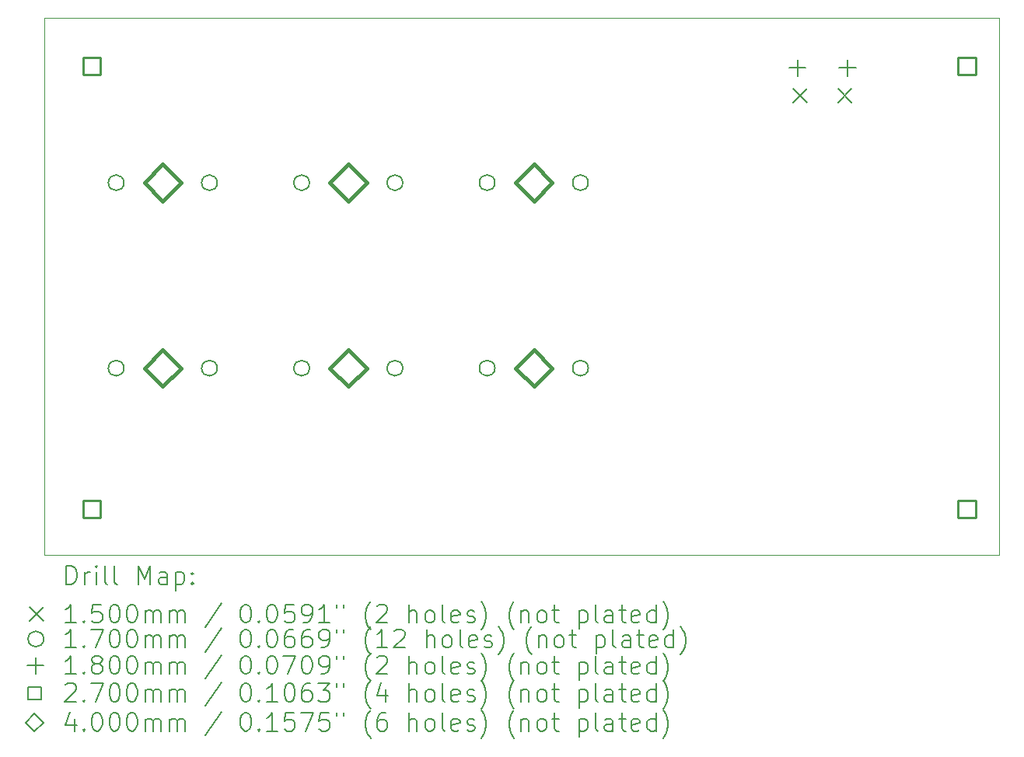
<source format=gbr>
%TF.GenerationSoftware,KiCad,Pcbnew,7.0.1*%
%TF.CreationDate,2023-03-14T08:07:43-04:00*%
%TF.ProjectId,Macropad,4d616372-6f70-4616-942e-6b696361645f,rev?*%
%TF.SameCoordinates,Original*%
%TF.FileFunction,Drillmap*%
%TF.FilePolarity,Positive*%
%FSLAX45Y45*%
G04 Gerber Fmt 4.5, Leading zero omitted, Abs format (unit mm)*
G04 Created by KiCad (PCBNEW 7.0.1) date 2023-03-14 08:07:43*
%MOMM*%
%LPD*%
G01*
G04 APERTURE LIST*
%ADD10C,0.100000*%
%ADD11C,0.200000*%
%ADD12C,0.150000*%
%ADD13C,0.170000*%
%ADD14C,0.180000*%
%ADD15C,0.270000*%
%ADD16C,0.400000*%
G04 APERTURE END LIST*
D10*
X10150000Y-7350000D02*
X20550000Y-7350000D01*
X20550000Y-13200000D01*
X10150000Y-13200000D01*
X10150000Y-7350000D01*
D11*
D12*
X18308500Y-8122000D02*
X18458500Y-8272000D01*
X18458500Y-8122000D02*
X18308500Y-8272000D01*
X18793500Y-8122000D02*
X18943500Y-8272000D01*
X18943500Y-8122000D02*
X18793500Y-8272000D01*
D13*
X11019000Y-9144000D02*
G75*
G03*
X11019000Y-9144000I-85000J0D01*
G01*
X11019000Y-11164000D02*
G75*
G03*
X11019000Y-11164000I-85000J0D01*
G01*
X12035000Y-9144000D02*
G75*
G03*
X12035000Y-9144000I-85000J0D01*
G01*
X12035000Y-11164000D02*
G75*
G03*
X12035000Y-11164000I-85000J0D01*
G01*
X13039000Y-9144000D02*
G75*
G03*
X13039000Y-9144000I-85000J0D01*
G01*
X13039000Y-11164000D02*
G75*
G03*
X13039000Y-11164000I-85000J0D01*
G01*
X14055000Y-9144000D02*
G75*
G03*
X14055000Y-9144000I-85000J0D01*
G01*
X14055000Y-11164000D02*
G75*
G03*
X14055000Y-11164000I-85000J0D01*
G01*
X15059000Y-9144000D02*
G75*
G03*
X15059000Y-9144000I-85000J0D01*
G01*
X15059000Y-11164000D02*
G75*
G03*
X15059000Y-11164000I-85000J0D01*
G01*
X16075000Y-9144000D02*
G75*
G03*
X16075000Y-9144000I-85000J0D01*
G01*
X16075000Y-11164000D02*
G75*
G03*
X16075000Y-11164000I-85000J0D01*
G01*
D14*
X18353500Y-7804000D02*
X18353500Y-7984000D01*
X18263500Y-7894000D02*
X18443500Y-7894000D01*
X18898500Y-7804000D02*
X18898500Y-7984000D01*
X18808500Y-7894000D02*
X18988500Y-7894000D01*
D15*
X10763460Y-7969460D02*
X10763460Y-7778540D01*
X10572540Y-7778540D01*
X10572540Y-7969460D01*
X10763460Y-7969460D01*
X10763460Y-12795460D02*
X10763460Y-12604540D01*
X10572540Y-12604540D01*
X10572540Y-12795460D01*
X10763460Y-12795460D01*
X20295460Y-7969460D02*
X20295460Y-7778540D01*
X20104540Y-7778540D01*
X20104540Y-7969460D01*
X20295460Y-7969460D01*
X20295460Y-12795460D02*
X20295460Y-12604540D01*
X20104540Y-12604540D01*
X20104540Y-12795460D01*
X20295460Y-12795460D01*
D16*
X11442000Y-9344000D02*
X11642000Y-9144000D01*
X11442000Y-8944000D01*
X11242000Y-9144000D01*
X11442000Y-9344000D01*
X11442000Y-11364000D02*
X11642000Y-11164000D01*
X11442000Y-10964000D01*
X11242000Y-11164000D01*
X11442000Y-11364000D01*
X13462000Y-9344000D02*
X13662000Y-9144000D01*
X13462000Y-8944000D01*
X13262000Y-9144000D01*
X13462000Y-9344000D01*
X13462000Y-11364000D02*
X13662000Y-11164000D01*
X13462000Y-10964000D01*
X13262000Y-11164000D01*
X13462000Y-11364000D01*
X15482000Y-9344000D02*
X15682000Y-9144000D01*
X15482000Y-8944000D01*
X15282000Y-9144000D01*
X15482000Y-9344000D01*
X15482000Y-11364000D02*
X15682000Y-11164000D01*
X15482000Y-10964000D01*
X15282000Y-11164000D01*
X15482000Y-11364000D01*
D11*
X10392619Y-13517524D02*
X10392619Y-13317524D01*
X10392619Y-13317524D02*
X10440238Y-13317524D01*
X10440238Y-13317524D02*
X10468810Y-13327048D01*
X10468810Y-13327048D02*
X10487857Y-13346095D01*
X10487857Y-13346095D02*
X10497381Y-13365143D01*
X10497381Y-13365143D02*
X10506905Y-13403238D01*
X10506905Y-13403238D02*
X10506905Y-13431809D01*
X10506905Y-13431809D02*
X10497381Y-13469905D01*
X10497381Y-13469905D02*
X10487857Y-13488952D01*
X10487857Y-13488952D02*
X10468810Y-13508000D01*
X10468810Y-13508000D02*
X10440238Y-13517524D01*
X10440238Y-13517524D02*
X10392619Y-13517524D01*
X10592619Y-13517524D02*
X10592619Y-13384190D01*
X10592619Y-13422286D02*
X10602143Y-13403238D01*
X10602143Y-13403238D02*
X10611667Y-13393714D01*
X10611667Y-13393714D02*
X10630714Y-13384190D01*
X10630714Y-13384190D02*
X10649762Y-13384190D01*
X10716429Y-13517524D02*
X10716429Y-13384190D01*
X10716429Y-13317524D02*
X10706905Y-13327048D01*
X10706905Y-13327048D02*
X10716429Y-13336571D01*
X10716429Y-13336571D02*
X10725952Y-13327048D01*
X10725952Y-13327048D02*
X10716429Y-13317524D01*
X10716429Y-13317524D02*
X10716429Y-13336571D01*
X10840238Y-13517524D02*
X10821190Y-13508000D01*
X10821190Y-13508000D02*
X10811667Y-13488952D01*
X10811667Y-13488952D02*
X10811667Y-13317524D01*
X10945000Y-13517524D02*
X10925952Y-13508000D01*
X10925952Y-13508000D02*
X10916429Y-13488952D01*
X10916429Y-13488952D02*
X10916429Y-13317524D01*
X11173571Y-13517524D02*
X11173571Y-13317524D01*
X11173571Y-13317524D02*
X11240238Y-13460381D01*
X11240238Y-13460381D02*
X11306905Y-13317524D01*
X11306905Y-13317524D02*
X11306905Y-13517524D01*
X11487857Y-13517524D02*
X11487857Y-13412762D01*
X11487857Y-13412762D02*
X11478333Y-13393714D01*
X11478333Y-13393714D02*
X11459286Y-13384190D01*
X11459286Y-13384190D02*
X11421190Y-13384190D01*
X11421190Y-13384190D02*
X11402143Y-13393714D01*
X11487857Y-13508000D02*
X11468809Y-13517524D01*
X11468809Y-13517524D02*
X11421190Y-13517524D01*
X11421190Y-13517524D02*
X11402143Y-13508000D01*
X11402143Y-13508000D02*
X11392619Y-13488952D01*
X11392619Y-13488952D02*
X11392619Y-13469905D01*
X11392619Y-13469905D02*
X11402143Y-13450857D01*
X11402143Y-13450857D02*
X11421190Y-13441333D01*
X11421190Y-13441333D02*
X11468809Y-13441333D01*
X11468809Y-13441333D02*
X11487857Y-13431809D01*
X11583095Y-13384190D02*
X11583095Y-13584190D01*
X11583095Y-13393714D02*
X11602143Y-13384190D01*
X11602143Y-13384190D02*
X11640238Y-13384190D01*
X11640238Y-13384190D02*
X11659286Y-13393714D01*
X11659286Y-13393714D02*
X11668809Y-13403238D01*
X11668809Y-13403238D02*
X11678333Y-13422286D01*
X11678333Y-13422286D02*
X11678333Y-13479428D01*
X11678333Y-13479428D02*
X11668809Y-13498476D01*
X11668809Y-13498476D02*
X11659286Y-13508000D01*
X11659286Y-13508000D02*
X11640238Y-13517524D01*
X11640238Y-13517524D02*
X11602143Y-13517524D01*
X11602143Y-13517524D02*
X11583095Y-13508000D01*
X11764048Y-13498476D02*
X11773571Y-13508000D01*
X11773571Y-13508000D02*
X11764048Y-13517524D01*
X11764048Y-13517524D02*
X11754524Y-13508000D01*
X11754524Y-13508000D02*
X11764048Y-13498476D01*
X11764048Y-13498476D02*
X11764048Y-13517524D01*
X11764048Y-13393714D02*
X11773571Y-13403238D01*
X11773571Y-13403238D02*
X11764048Y-13412762D01*
X11764048Y-13412762D02*
X11754524Y-13403238D01*
X11754524Y-13403238D02*
X11764048Y-13393714D01*
X11764048Y-13393714D02*
X11764048Y-13412762D01*
D12*
X9995000Y-13770000D02*
X10145000Y-13920000D01*
X10145000Y-13770000D02*
X9995000Y-13920000D01*
D11*
X10497381Y-13937524D02*
X10383095Y-13937524D01*
X10440238Y-13937524D02*
X10440238Y-13737524D01*
X10440238Y-13737524D02*
X10421190Y-13766095D01*
X10421190Y-13766095D02*
X10402143Y-13785143D01*
X10402143Y-13785143D02*
X10383095Y-13794667D01*
X10583095Y-13918476D02*
X10592619Y-13928000D01*
X10592619Y-13928000D02*
X10583095Y-13937524D01*
X10583095Y-13937524D02*
X10573571Y-13928000D01*
X10573571Y-13928000D02*
X10583095Y-13918476D01*
X10583095Y-13918476D02*
X10583095Y-13937524D01*
X10773571Y-13737524D02*
X10678333Y-13737524D01*
X10678333Y-13737524D02*
X10668810Y-13832762D01*
X10668810Y-13832762D02*
X10678333Y-13823238D01*
X10678333Y-13823238D02*
X10697381Y-13813714D01*
X10697381Y-13813714D02*
X10745000Y-13813714D01*
X10745000Y-13813714D02*
X10764048Y-13823238D01*
X10764048Y-13823238D02*
X10773571Y-13832762D01*
X10773571Y-13832762D02*
X10783095Y-13851809D01*
X10783095Y-13851809D02*
X10783095Y-13899428D01*
X10783095Y-13899428D02*
X10773571Y-13918476D01*
X10773571Y-13918476D02*
X10764048Y-13928000D01*
X10764048Y-13928000D02*
X10745000Y-13937524D01*
X10745000Y-13937524D02*
X10697381Y-13937524D01*
X10697381Y-13937524D02*
X10678333Y-13928000D01*
X10678333Y-13928000D02*
X10668810Y-13918476D01*
X10906905Y-13737524D02*
X10925952Y-13737524D01*
X10925952Y-13737524D02*
X10945000Y-13747048D01*
X10945000Y-13747048D02*
X10954524Y-13756571D01*
X10954524Y-13756571D02*
X10964048Y-13775619D01*
X10964048Y-13775619D02*
X10973571Y-13813714D01*
X10973571Y-13813714D02*
X10973571Y-13861333D01*
X10973571Y-13861333D02*
X10964048Y-13899428D01*
X10964048Y-13899428D02*
X10954524Y-13918476D01*
X10954524Y-13918476D02*
X10945000Y-13928000D01*
X10945000Y-13928000D02*
X10925952Y-13937524D01*
X10925952Y-13937524D02*
X10906905Y-13937524D01*
X10906905Y-13937524D02*
X10887857Y-13928000D01*
X10887857Y-13928000D02*
X10878333Y-13918476D01*
X10878333Y-13918476D02*
X10868810Y-13899428D01*
X10868810Y-13899428D02*
X10859286Y-13861333D01*
X10859286Y-13861333D02*
X10859286Y-13813714D01*
X10859286Y-13813714D02*
X10868810Y-13775619D01*
X10868810Y-13775619D02*
X10878333Y-13756571D01*
X10878333Y-13756571D02*
X10887857Y-13747048D01*
X10887857Y-13747048D02*
X10906905Y-13737524D01*
X11097381Y-13737524D02*
X11116429Y-13737524D01*
X11116429Y-13737524D02*
X11135476Y-13747048D01*
X11135476Y-13747048D02*
X11145000Y-13756571D01*
X11145000Y-13756571D02*
X11154524Y-13775619D01*
X11154524Y-13775619D02*
X11164048Y-13813714D01*
X11164048Y-13813714D02*
X11164048Y-13861333D01*
X11164048Y-13861333D02*
X11154524Y-13899428D01*
X11154524Y-13899428D02*
X11145000Y-13918476D01*
X11145000Y-13918476D02*
X11135476Y-13928000D01*
X11135476Y-13928000D02*
X11116429Y-13937524D01*
X11116429Y-13937524D02*
X11097381Y-13937524D01*
X11097381Y-13937524D02*
X11078333Y-13928000D01*
X11078333Y-13928000D02*
X11068810Y-13918476D01*
X11068810Y-13918476D02*
X11059286Y-13899428D01*
X11059286Y-13899428D02*
X11049762Y-13861333D01*
X11049762Y-13861333D02*
X11049762Y-13813714D01*
X11049762Y-13813714D02*
X11059286Y-13775619D01*
X11059286Y-13775619D02*
X11068810Y-13756571D01*
X11068810Y-13756571D02*
X11078333Y-13747048D01*
X11078333Y-13747048D02*
X11097381Y-13737524D01*
X11249762Y-13937524D02*
X11249762Y-13804190D01*
X11249762Y-13823238D02*
X11259286Y-13813714D01*
X11259286Y-13813714D02*
X11278333Y-13804190D01*
X11278333Y-13804190D02*
X11306905Y-13804190D01*
X11306905Y-13804190D02*
X11325952Y-13813714D01*
X11325952Y-13813714D02*
X11335476Y-13832762D01*
X11335476Y-13832762D02*
X11335476Y-13937524D01*
X11335476Y-13832762D02*
X11345000Y-13813714D01*
X11345000Y-13813714D02*
X11364048Y-13804190D01*
X11364048Y-13804190D02*
X11392619Y-13804190D01*
X11392619Y-13804190D02*
X11411667Y-13813714D01*
X11411667Y-13813714D02*
X11421190Y-13832762D01*
X11421190Y-13832762D02*
X11421190Y-13937524D01*
X11516429Y-13937524D02*
X11516429Y-13804190D01*
X11516429Y-13823238D02*
X11525952Y-13813714D01*
X11525952Y-13813714D02*
X11545000Y-13804190D01*
X11545000Y-13804190D02*
X11573571Y-13804190D01*
X11573571Y-13804190D02*
X11592619Y-13813714D01*
X11592619Y-13813714D02*
X11602143Y-13832762D01*
X11602143Y-13832762D02*
X11602143Y-13937524D01*
X11602143Y-13832762D02*
X11611667Y-13813714D01*
X11611667Y-13813714D02*
X11630714Y-13804190D01*
X11630714Y-13804190D02*
X11659286Y-13804190D01*
X11659286Y-13804190D02*
X11678333Y-13813714D01*
X11678333Y-13813714D02*
X11687857Y-13832762D01*
X11687857Y-13832762D02*
X11687857Y-13937524D01*
X12078333Y-13728000D02*
X11906905Y-13985143D01*
X12335476Y-13737524D02*
X12354524Y-13737524D01*
X12354524Y-13737524D02*
X12373572Y-13747048D01*
X12373572Y-13747048D02*
X12383095Y-13756571D01*
X12383095Y-13756571D02*
X12392619Y-13775619D01*
X12392619Y-13775619D02*
X12402143Y-13813714D01*
X12402143Y-13813714D02*
X12402143Y-13861333D01*
X12402143Y-13861333D02*
X12392619Y-13899428D01*
X12392619Y-13899428D02*
X12383095Y-13918476D01*
X12383095Y-13918476D02*
X12373572Y-13928000D01*
X12373572Y-13928000D02*
X12354524Y-13937524D01*
X12354524Y-13937524D02*
X12335476Y-13937524D01*
X12335476Y-13937524D02*
X12316429Y-13928000D01*
X12316429Y-13928000D02*
X12306905Y-13918476D01*
X12306905Y-13918476D02*
X12297381Y-13899428D01*
X12297381Y-13899428D02*
X12287857Y-13861333D01*
X12287857Y-13861333D02*
X12287857Y-13813714D01*
X12287857Y-13813714D02*
X12297381Y-13775619D01*
X12297381Y-13775619D02*
X12306905Y-13756571D01*
X12306905Y-13756571D02*
X12316429Y-13747048D01*
X12316429Y-13747048D02*
X12335476Y-13737524D01*
X12487857Y-13918476D02*
X12497381Y-13928000D01*
X12497381Y-13928000D02*
X12487857Y-13937524D01*
X12487857Y-13937524D02*
X12478333Y-13928000D01*
X12478333Y-13928000D02*
X12487857Y-13918476D01*
X12487857Y-13918476D02*
X12487857Y-13937524D01*
X12621191Y-13737524D02*
X12640238Y-13737524D01*
X12640238Y-13737524D02*
X12659286Y-13747048D01*
X12659286Y-13747048D02*
X12668810Y-13756571D01*
X12668810Y-13756571D02*
X12678333Y-13775619D01*
X12678333Y-13775619D02*
X12687857Y-13813714D01*
X12687857Y-13813714D02*
X12687857Y-13861333D01*
X12687857Y-13861333D02*
X12678333Y-13899428D01*
X12678333Y-13899428D02*
X12668810Y-13918476D01*
X12668810Y-13918476D02*
X12659286Y-13928000D01*
X12659286Y-13928000D02*
X12640238Y-13937524D01*
X12640238Y-13937524D02*
X12621191Y-13937524D01*
X12621191Y-13937524D02*
X12602143Y-13928000D01*
X12602143Y-13928000D02*
X12592619Y-13918476D01*
X12592619Y-13918476D02*
X12583095Y-13899428D01*
X12583095Y-13899428D02*
X12573572Y-13861333D01*
X12573572Y-13861333D02*
X12573572Y-13813714D01*
X12573572Y-13813714D02*
X12583095Y-13775619D01*
X12583095Y-13775619D02*
X12592619Y-13756571D01*
X12592619Y-13756571D02*
X12602143Y-13747048D01*
X12602143Y-13747048D02*
X12621191Y-13737524D01*
X12868810Y-13737524D02*
X12773572Y-13737524D01*
X12773572Y-13737524D02*
X12764048Y-13832762D01*
X12764048Y-13832762D02*
X12773572Y-13823238D01*
X12773572Y-13823238D02*
X12792619Y-13813714D01*
X12792619Y-13813714D02*
X12840238Y-13813714D01*
X12840238Y-13813714D02*
X12859286Y-13823238D01*
X12859286Y-13823238D02*
X12868810Y-13832762D01*
X12868810Y-13832762D02*
X12878333Y-13851809D01*
X12878333Y-13851809D02*
X12878333Y-13899428D01*
X12878333Y-13899428D02*
X12868810Y-13918476D01*
X12868810Y-13918476D02*
X12859286Y-13928000D01*
X12859286Y-13928000D02*
X12840238Y-13937524D01*
X12840238Y-13937524D02*
X12792619Y-13937524D01*
X12792619Y-13937524D02*
X12773572Y-13928000D01*
X12773572Y-13928000D02*
X12764048Y-13918476D01*
X12973572Y-13937524D02*
X13011667Y-13937524D01*
X13011667Y-13937524D02*
X13030714Y-13928000D01*
X13030714Y-13928000D02*
X13040238Y-13918476D01*
X13040238Y-13918476D02*
X13059286Y-13889905D01*
X13059286Y-13889905D02*
X13068810Y-13851809D01*
X13068810Y-13851809D02*
X13068810Y-13775619D01*
X13068810Y-13775619D02*
X13059286Y-13756571D01*
X13059286Y-13756571D02*
X13049762Y-13747048D01*
X13049762Y-13747048D02*
X13030714Y-13737524D01*
X13030714Y-13737524D02*
X12992619Y-13737524D01*
X12992619Y-13737524D02*
X12973572Y-13747048D01*
X12973572Y-13747048D02*
X12964048Y-13756571D01*
X12964048Y-13756571D02*
X12954524Y-13775619D01*
X12954524Y-13775619D02*
X12954524Y-13823238D01*
X12954524Y-13823238D02*
X12964048Y-13842286D01*
X12964048Y-13842286D02*
X12973572Y-13851809D01*
X12973572Y-13851809D02*
X12992619Y-13861333D01*
X12992619Y-13861333D02*
X13030714Y-13861333D01*
X13030714Y-13861333D02*
X13049762Y-13851809D01*
X13049762Y-13851809D02*
X13059286Y-13842286D01*
X13059286Y-13842286D02*
X13068810Y-13823238D01*
X13259286Y-13937524D02*
X13145000Y-13937524D01*
X13202143Y-13937524D02*
X13202143Y-13737524D01*
X13202143Y-13737524D02*
X13183095Y-13766095D01*
X13183095Y-13766095D02*
X13164048Y-13785143D01*
X13164048Y-13785143D02*
X13145000Y-13794667D01*
X13335476Y-13737524D02*
X13335476Y-13775619D01*
X13411667Y-13737524D02*
X13411667Y-13775619D01*
X13706905Y-14013714D02*
X13697381Y-14004190D01*
X13697381Y-14004190D02*
X13678334Y-13975619D01*
X13678334Y-13975619D02*
X13668810Y-13956571D01*
X13668810Y-13956571D02*
X13659286Y-13928000D01*
X13659286Y-13928000D02*
X13649762Y-13880381D01*
X13649762Y-13880381D02*
X13649762Y-13842286D01*
X13649762Y-13842286D02*
X13659286Y-13794667D01*
X13659286Y-13794667D02*
X13668810Y-13766095D01*
X13668810Y-13766095D02*
X13678334Y-13747048D01*
X13678334Y-13747048D02*
X13697381Y-13718476D01*
X13697381Y-13718476D02*
X13706905Y-13708952D01*
X13773572Y-13756571D02*
X13783095Y-13747048D01*
X13783095Y-13747048D02*
X13802143Y-13737524D01*
X13802143Y-13737524D02*
X13849762Y-13737524D01*
X13849762Y-13737524D02*
X13868810Y-13747048D01*
X13868810Y-13747048D02*
X13878334Y-13756571D01*
X13878334Y-13756571D02*
X13887857Y-13775619D01*
X13887857Y-13775619D02*
X13887857Y-13794667D01*
X13887857Y-13794667D02*
X13878334Y-13823238D01*
X13878334Y-13823238D02*
X13764048Y-13937524D01*
X13764048Y-13937524D02*
X13887857Y-13937524D01*
X14125953Y-13937524D02*
X14125953Y-13737524D01*
X14211667Y-13937524D02*
X14211667Y-13832762D01*
X14211667Y-13832762D02*
X14202143Y-13813714D01*
X14202143Y-13813714D02*
X14183096Y-13804190D01*
X14183096Y-13804190D02*
X14154524Y-13804190D01*
X14154524Y-13804190D02*
X14135476Y-13813714D01*
X14135476Y-13813714D02*
X14125953Y-13823238D01*
X14335476Y-13937524D02*
X14316429Y-13928000D01*
X14316429Y-13928000D02*
X14306905Y-13918476D01*
X14306905Y-13918476D02*
X14297381Y-13899428D01*
X14297381Y-13899428D02*
X14297381Y-13842286D01*
X14297381Y-13842286D02*
X14306905Y-13823238D01*
X14306905Y-13823238D02*
X14316429Y-13813714D01*
X14316429Y-13813714D02*
X14335476Y-13804190D01*
X14335476Y-13804190D02*
X14364048Y-13804190D01*
X14364048Y-13804190D02*
X14383096Y-13813714D01*
X14383096Y-13813714D02*
X14392619Y-13823238D01*
X14392619Y-13823238D02*
X14402143Y-13842286D01*
X14402143Y-13842286D02*
X14402143Y-13899428D01*
X14402143Y-13899428D02*
X14392619Y-13918476D01*
X14392619Y-13918476D02*
X14383096Y-13928000D01*
X14383096Y-13928000D02*
X14364048Y-13937524D01*
X14364048Y-13937524D02*
X14335476Y-13937524D01*
X14516429Y-13937524D02*
X14497381Y-13928000D01*
X14497381Y-13928000D02*
X14487857Y-13908952D01*
X14487857Y-13908952D02*
X14487857Y-13737524D01*
X14668810Y-13928000D02*
X14649762Y-13937524D01*
X14649762Y-13937524D02*
X14611667Y-13937524D01*
X14611667Y-13937524D02*
X14592619Y-13928000D01*
X14592619Y-13928000D02*
X14583096Y-13908952D01*
X14583096Y-13908952D02*
X14583096Y-13832762D01*
X14583096Y-13832762D02*
X14592619Y-13813714D01*
X14592619Y-13813714D02*
X14611667Y-13804190D01*
X14611667Y-13804190D02*
X14649762Y-13804190D01*
X14649762Y-13804190D02*
X14668810Y-13813714D01*
X14668810Y-13813714D02*
X14678334Y-13832762D01*
X14678334Y-13832762D02*
X14678334Y-13851809D01*
X14678334Y-13851809D02*
X14583096Y-13870857D01*
X14754524Y-13928000D02*
X14773572Y-13937524D01*
X14773572Y-13937524D02*
X14811667Y-13937524D01*
X14811667Y-13937524D02*
X14830715Y-13928000D01*
X14830715Y-13928000D02*
X14840238Y-13908952D01*
X14840238Y-13908952D02*
X14840238Y-13899428D01*
X14840238Y-13899428D02*
X14830715Y-13880381D01*
X14830715Y-13880381D02*
X14811667Y-13870857D01*
X14811667Y-13870857D02*
X14783096Y-13870857D01*
X14783096Y-13870857D02*
X14764048Y-13861333D01*
X14764048Y-13861333D02*
X14754524Y-13842286D01*
X14754524Y-13842286D02*
X14754524Y-13832762D01*
X14754524Y-13832762D02*
X14764048Y-13813714D01*
X14764048Y-13813714D02*
X14783096Y-13804190D01*
X14783096Y-13804190D02*
X14811667Y-13804190D01*
X14811667Y-13804190D02*
X14830715Y-13813714D01*
X14906905Y-14013714D02*
X14916429Y-14004190D01*
X14916429Y-14004190D02*
X14935477Y-13975619D01*
X14935477Y-13975619D02*
X14945000Y-13956571D01*
X14945000Y-13956571D02*
X14954524Y-13928000D01*
X14954524Y-13928000D02*
X14964048Y-13880381D01*
X14964048Y-13880381D02*
X14964048Y-13842286D01*
X14964048Y-13842286D02*
X14954524Y-13794667D01*
X14954524Y-13794667D02*
X14945000Y-13766095D01*
X14945000Y-13766095D02*
X14935477Y-13747048D01*
X14935477Y-13747048D02*
X14916429Y-13718476D01*
X14916429Y-13718476D02*
X14906905Y-13708952D01*
X15268810Y-14013714D02*
X15259286Y-14004190D01*
X15259286Y-14004190D02*
X15240238Y-13975619D01*
X15240238Y-13975619D02*
X15230715Y-13956571D01*
X15230715Y-13956571D02*
X15221191Y-13928000D01*
X15221191Y-13928000D02*
X15211667Y-13880381D01*
X15211667Y-13880381D02*
X15211667Y-13842286D01*
X15211667Y-13842286D02*
X15221191Y-13794667D01*
X15221191Y-13794667D02*
X15230715Y-13766095D01*
X15230715Y-13766095D02*
X15240238Y-13747048D01*
X15240238Y-13747048D02*
X15259286Y-13718476D01*
X15259286Y-13718476D02*
X15268810Y-13708952D01*
X15345000Y-13804190D02*
X15345000Y-13937524D01*
X15345000Y-13823238D02*
X15354524Y-13813714D01*
X15354524Y-13813714D02*
X15373572Y-13804190D01*
X15373572Y-13804190D02*
X15402143Y-13804190D01*
X15402143Y-13804190D02*
X15421191Y-13813714D01*
X15421191Y-13813714D02*
X15430715Y-13832762D01*
X15430715Y-13832762D02*
X15430715Y-13937524D01*
X15554524Y-13937524D02*
X15535477Y-13928000D01*
X15535477Y-13928000D02*
X15525953Y-13918476D01*
X15525953Y-13918476D02*
X15516429Y-13899428D01*
X15516429Y-13899428D02*
X15516429Y-13842286D01*
X15516429Y-13842286D02*
X15525953Y-13823238D01*
X15525953Y-13823238D02*
X15535477Y-13813714D01*
X15535477Y-13813714D02*
X15554524Y-13804190D01*
X15554524Y-13804190D02*
X15583096Y-13804190D01*
X15583096Y-13804190D02*
X15602143Y-13813714D01*
X15602143Y-13813714D02*
X15611667Y-13823238D01*
X15611667Y-13823238D02*
X15621191Y-13842286D01*
X15621191Y-13842286D02*
X15621191Y-13899428D01*
X15621191Y-13899428D02*
X15611667Y-13918476D01*
X15611667Y-13918476D02*
X15602143Y-13928000D01*
X15602143Y-13928000D02*
X15583096Y-13937524D01*
X15583096Y-13937524D02*
X15554524Y-13937524D01*
X15678334Y-13804190D02*
X15754524Y-13804190D01*
X15706905Y-13737524D02*
X15706905Y-13908952D01*
X15706905Y-13908952D02*
X15716429Y-13928000D01*
X15716429Y-13928000D02*
X15735477Y-13937524D01*
X15735477Y-13937524D02*
X15754524Y-13937524D01*
X15973572Y-13804190D02*
X15973572Y-14004190D01*
X15973572Y-13813714D02*
X15992619Y-13804190D01*
X15992619Y-13804190D02*
X16030715Y-13804190D01*
X16030715Y-13804190D02*
X16049762Y-13813714D01*
X16049762Y-13813714D02*
X16059286Y-13823238D01*
X16059286Y-13823238D02*
X16068810Y-13842286D01*
X16068810Y-13842286D02*
X16068810Y-13899428D01*
X16068810Y-13899428D02*
X16059286Y-13918476D01*
X16059286Y-13918476D02*
X16049762Y-13928000D01*
X16049762Y-13928000D02*
X16030715Y-13937524D01*
X16030715Y-13937524D02*
X15992619Y-13937524D01*
X15992619Y-13937524D02*
X15973572Y-13928000D01*
X16183096Y-13937524D02*
X16164048Y-13928000D01*
X16164048Y-13928000D02*
X16154524Y-13908952D01*
X16154524Y-13908952D02*
X16154524Y-13737524D01*
X16345000Y-13937524D02*
X16345000Y-13832762D01*
X16345000Y-13832762D02*
X16335477Y-13813714D01*
X16335477Y-13813714D02*
X16316429Y-13804190D01*
X16316429Y-13804190D02*
X16278334Y-13804190D01*
X16278334Y-13804190D02*
X16259286Y-13813714D01*
X16345000Y-13928000D02*
X16325953Y-13937524D01*
X16325953Y-13937524D02*
X16278334Y-13937524D01*
X16278334Y-13937524D02*
X16259286Y-13928000D01*
X16259286Y-13928000D02*
X16249762Y-13908952D01*
X16249762Y-13908952D02*
X16249762Y-13889905D01*
X16249762Y-13889905D02*
X16259286Y-13870857D01*
X16259286Y-13870857D02*
X16278334Y-13861333D01*
X16278334Y-13861333D02*
X16325953Y-13861333D01*
X16325953Y-13861333D02*
X16345000Y-13851809D01*
X16411667Y-13804190D02*
X16487858Y-13804190D01*
X16440239Y-13737524D02*
X16440239Y-13908952D01*
X16440239Y-13908952D02*
X16449762Y-13928000D01*
X16449762Y-13928000D02*
X16468810Y-13937524D01*
X16468810Y-13937524D02*
X16487858Y-13937524D01*
X16630715Y-13928000D02*
X16611667Y-13937524D01*
X16611667Y-13937524D02*
X16573572Y-13937524D01*
X16573572Y-13937524D02*
X16554524Y-13928000D01*
X16554524Y-13928000D02*
X16545000Y-13908952D01*
X16545000Y-13908952D02*
X16545000Y-13832762D01*
X16545000Y-13832762D02*
X16554524Y-13813714D01*
X16554524Y-13813714D02*
X16573572Y-13804190D01*
X16573572Y-13804190D02*
X16611667Y-13804190D01*
X16611667Y-13804190D02*
X16630715Y-13813714D01*
X16630715Y-13813714D02*
X16640239Y-13832762D01*
X16640239Y-13832762D02*
X16640239Y-13851809D01*
X16640239Y-13851809D02*
X16545000Y-13870857D01*
X16811667Y-13937524D02*
X16811667Y-13737524D01*
X16811667Y-13928000D02*
X16792620Y-13937524D01*
X16792620Y-13937524D02*
X16754524Y-13937524D01*
X16754524Y-13937524D02*
X16735477Y-13928000D01*
X16735477Y-13928000D02*
X16725953Y-13918476D01*
X16725953Y-13918476D02*
X16716429Y-13899428D01*
X16716429Y-13899428D02*
X16716429Y-13842286D01*
X16716429Y-13842286D02*
X16725953Y-13823238D01*
X16725953Y-13823238D02*
X16735477Y-13813714D01*
X16735477Y-13813714D02*
X16754524Y-13804190D01*
X16754524Y-13804190D02*
X16792620Y-13804190D01*
X16792620Y-13804190D02*
X16811667Y-13813714D01*
X16887858Y-14013714D02*
X16897382Y-14004190D01*
X16897382Y-14004190D02*
X16916429Y-13975619D01*
X16916429Y-13975619D02*
X16925953Y-13956571D01*
X16925953Y-13956571D02*
X16935477Y-13928000D01*
X16935477Y-13928000D02*
X16945001Y-13880381D01*
X16945001Y-13880381D02*
X16945001Y-13842286D01*
X16945001Y-13842286D02*
X16935477Y-13794667D01*
X16935477Y-13794667D02*
X16925953Y-13766095D01*
X16925953Y-13766095D02*
X16916429Y-13747048D01*
X16916429Y-13747048D02*
X16897382Y-13718476D01*
X16897382Y-13718476D02*
X16887858Y-13708952D01*
D13*
X10145000Y-14115000D02*
G75*
G03*
X10145000Y-14115000I-85000J0D01*
G01*
D11*
X10497381Y-14207524D02*
X10383095Y-14207524D01*
X10440238Y-14207524D02*
X10440238Y-14007524D01*
X10440238Y-14007524D02*
X10421190Y-14036095D01*
X10421190Y-14036095D02*
X10402143Y-14055143D01*
X10402143Y-14055143D02*
X10383095Y-14064667D01*
X10583095Y-14188476D02*
X10592619Y-14198000D01*
X10592619Y-14198000D02*
X10583095Y-14207524D01*
X10583095Y-14207524D02*
X10573571Y-14198000D01*
X10573571Y-14198000D02*
X10583095Y-14188476D01*
X10583095Y-14188476D02*
X10583095Y-14207524D01*
X10659286Y-14007524D02*
X10792619Y-14007524D01*
X10792619Y-14007524D02*
X10706905Y-14207524D01*
X10906905Y-14007524D02*
X10925952Y-14007524D01*
X10925952Y-14007524D02*
X10945000Y-14017048D01*
X10945000Y-14017048D02*
X10954524Y-14026571D01*
X10954524Y-14026571D02*
X10964048Y-14045619D01*
X10964048Y-14045619D02*
X10973571Y-14083714D01*
X10973571Y-14083714D02*
X10973571Y-14131333D01*
X10973571Y-14131333D02*
X10964048Y-14169428D01*
X10964048Y-14169428D02*
X10954524Y-14188476D01*
X10954524Y-14188476D02*
X10945000Y-14198000D01*
X10945000Y-14198000D02*
X10925952Y-14207524D01*
X10925952Y-14207524D02*
X10906905Y-14207524D01*
X10906905Y-14207524D02*
X10887857Y-14198000D01*
X10887857Y-14198000D02*
X10878333Y-14188476D01*
X10878333Y-14188476D02*
X10868810Y-14169428D01*
X10868810Y-14169428D02*
X10859286Y-14131333D01*
X10859286Y-14131333D02*
X10859286Y-14083714D01*
X10859286Y-14083714D02*
X10868810Y-14045619D01*
X10868810Y-14045619D02*
X10878333Y-14026571D01*
X10878333Y-14026571D02*
X10887857Y-14017048D01*
X10887857Y-14017048D02*
X10906905Y-14007524D01*
X11097381Y-14007524D02*
X11116429Y-14007524D01*
X11116429Y-14007524D02*
X11135476Y-14017048D01*
X11135476Y-14017048D02*
X11145000Y-14026571D01*
X11145000Y-14026571D02*
X11154524Y-14045619D01*
X11154524Y-14045619D02*
X11164048Y-14083714D01*
X11164048Y-14083714D02*
X11164048Y-14131333D01*
X11164048Y-14131333D02*
X11154524Y-14169428D01*
X11154524Y-14169428D02*
X11145000Y-14188476D01*
X11145000Y-14188476D02*
X11135476Y-14198000D01*
X11135476Y-14198000D02*
X11116429Y-14207524D01*
X11116429Y-14207524D02*
X11097381Y-14207524D01*
X11097381Y-14207524D02*
X11078333Y-14198000D01*
X11078333Y-14198000D02*
X11068810Y-14188476D01*
X11068810Y-14188476D02*
X11059286Y-14169428D01*
X11059286Y-14169428D02*
X11049762Y-14131333D01*
X11049762Y-14131333D02*
X11049762Y-14083714D01*
X11049762Y-14083714D02*
X11059286Y-14045619D01*
X11059286Y-14045619D02*
X11068810Y-14026571D01*
X11068810Y-14026571D02*
X11078333Y-14017048D01*
X11078333Y-14017048D02*
X11097381Y-14007524D01*
X11249762Y-14207524D02*
X11249762Y-14074190D01*
X11249762Y-14093238D02*
X11259286Y-14083714D01*
X11259286Y-14083714D02*
X11278333Y-14074190D01*
X11278333Y-14074190D02*
X11306905Y-14074190D01*
X11306905Y-14074190D02*
X11325952Y-14083714D01*
X11325952Y-14083714D02*
X11335476Y-14102762D01*
X11335476Y-14102762D02*
X11335476Y-14207524D01*
X11335476Y-14102762D02*
X11345000Y-14083714D01*
X11345000Y-14083714D02*
X11364048Y-14074190D01*
X11364048Y-14074190D02*
X11392619Y-14074190D01*
X11392619Y-14074190D02*
X11411667Y-14083714D01*
X11411667Y-14083714D02*
X11421190Y-14102762D01*
X11421190Y-14102762D02*
X11421190Y-14207524D01*
X11516429Y-14207524D02*
X11516429Y-14074190D01*
X11516429Y-14093238D02*
X11525952Y-14083714D01*
X11525952Y-14083714D02*
X11545000Y-14074190D01*
X11545000Y-14074190D02*
X11573571Y-14074190D01*
X11573571Y-14074190D02*
X11592619Y-14083714D01*
X11592619Y-14083714D02*
X11602143Y-14102762D01*
X11602143Y-14102762D02*
X11602143Y-14207524D01*
X11602143Y-14102762D02*
X11611667Y-14083714D01*
X11611667Y-14083714D02*
X11630714Y-14074190D01*
X11630714Y-14074190D02*
X11659286Y-14074190D01*
X11659286Y-14074190D02*
X11678333Y-14083714D01*
X11678333Y-14083714D02*
X11687857Y-14102762D01*
X11687857Y-14102762D02*
X11687857Y-14207524D01*
X12078333Y-13998000D02*
X11906905Y-14255143D01*
X12335476Y-14007524D02*
X12354524Y-14007524D01*
X12354524Y-14007524D02*
X12373572Y-14017048D01*
X12373572Y-14017048D02*
X12383095Y-14026571D01*
X12383095Y-14026571D02*
X12392619Y-14045619D01*
X12392619Y-14045619D02*
X12402143Y-14083714D01*
X12402143Y-14083714D02*
X12402143Y-14131333D01*
X12402143Y-14131333D02*
X12392619Y-14169428D01*
X12392619Y-14169428D02*
X12383095Y-14188476D01*
X12383095Y-14188476D02*
X12373572Y-14198000D01*
X12373572Y-14198000D02*
X12354524Y-14207524D01*
X12354524Y-14207524D02*
X12335476Y-14207524D01*
X12335476Y-14207524D02*
X12316429Y-14198000D01*
X12316429Y-14198000D02*
X12306905Y-14188476D01*
X12306905Y-14188476D02*
X12297381Y-14169428D01*
X12297381Y-14169428D02*
X12287857Y-14131333D01*
X12287857Y-14131333D02*
X12287857Y-14083714D01*
X12287857Y-14083714D02*
X12297381Y-14045619D01*
X12297381Y-14045619D02*
X12306905Y-14026571D01*
X12306905Y-14026571D02*
X12316429Y-14017048D01*
X12316429Y-14017048D02*
X12335476Y-14007524D01*
X12487857Y-14188476D02*
X12497381Y-14198000D01*
X12497381Y-14198000D02*
X12487857Y-14207524D01*
X12487857Y-14207524D02*
X12478333Y-14198000D01*
X12478333Y-14198000D02*
X12487857Y-14188476D01*
X12487857Y-14188476D02*
X12487857Y-14207524D01*
X12621191Y-14007524D02*
X12640238Y-14007524D01*
X12640238Y-14007524D02*
X12659286Y-14017048D01*
X12659286Y-14017048D02*
X12668810Y-14026571D01*
X12668810Y-14026571D02*
X12678333Y-14045619D01*
X12678333Y-14045619D02*
X12687857Y-14083714D01*
X12687857Y-14083714D02*
X12687857Y-14131333D01*
X12687857Y-14131333D02*
X12678333Y-14169428D01*
X12678333Y-14169428D02*
X12668810Y-14188476D01*
X12668810Y-14188476D02*
X12659286Y-14198000D01*
X12659286Y-14198000D02*
X12640238Y-14207524D01*
X12640238Y-14207524D02*
X12621191Y-14207524D01*
X12621191Y-14207524D02*
X12602143Y-14198000D01*
X12602143Y-14198000D02*
X12592619Y-14188476D01*
X12592619Y-14188476D02*
X12583095Y-14169428D01*
X12583095Y-14169428D02*
X12573572Y-14131333D01*
X12573572Y-14131333D02*
X12573572Y-14083714D01*
X12573572Y-14083714D02*
X12583095Y-14045619D01*
X12583095Y-14045619D02*
X12592619Y-14026571D01*
X12592619Y-14026571D02*
X12602143Y-14017048D01*
X12602143Y-14017048D02*
X12621191Y-14007524D01*
X12859286Y-14007524D02*
X12821191Y-14007524D01*
X12821191Y-14007524D02*
X12802143Y-14017048D01*
X12802143Y-14017048D02*
X12792619Y-14026571D01*
X12792619Y-14026571D02*
X12773572Y-14055143D01*
X12773572Y-14055143D02*
X12764048Y-14093238D01*
X12764048Y-14093238D02*
X12764048Y-14169428D01*
X12764048Y-14169428D02*
X12773572Y-14188476D01*
X12773572Y-14188476D02*
X12783095Y-14198000D01*
X12783095Y-14198000D02*
X12802143Y-14207524D01*
X12802143Y-14207524D02*
X12840238Y-14207524D01*
X12840238Y-14207524D02*
X12859286Y-14198000D01*
X12859286Y-14198000D02*
X12868810Y-14188476D01*
X12868810Y-14188476D02*
X12878333Y-14169428D01*
X12878333Y-14169428D02*
X12878333Y-14121809D01*
X12878333Y-14121809D02*
X12868810Y-14102762D01*
X12868810Y-14102762D02*
X12859286Y-14093238D01*
X12859286Y-14093238D02*
X12840238Y-14083714D01*
X12840238Y-14083714D02*
X12802143Y-14083714D01*
X12802143Y-14083714D02*
X12783095Y-14093238D01*
X12783095Y-14093238D02*
X12773572Y-14102762D01*
X12773572Y-14102762D02*
X12764048Y-14121809D01*
X13049762Y-14007524D02*
X13011667Y-14007524D01*
X13011667Y-14007524D02*
X12992619Y-14017048D01*
X12992619Y-14017048D02*
X12983095Y-14026571D01*
X12983095Y-14026571D02*
X12964048Y-14055143D01*
X12964048Y-14055143D02*
X12954524Y-14093238D01*
X12954524Y-14093238D02*
X12954524Y-14169428D01*
X12954524Y-14169428D02*
X12964048Y-14188476D01*
X12964048Y-14188476D02*
X12973572Y-14198000D01*
X12973572Y-14198000D02*
X12992619Y-14207524D01*
X12992619Y-14207524D02*
X13030714Y-14207524D01*
X13030714Y-14207524D02*
X13049762Y-14198000D01*
X13049762Y-14198000D02*
X13059286Y-14188476D01*
X13059286Y-14188476D02*
X13068810Y-14169428D01*
X13068810Y-14169428D02*
X13068810Y-14121809D01*
X13068810Y-14121809D02*
X13059286Y-14102762D01*
X13059286Y-14102762D02*
X13049762Y-14093238D01*
X13049762Y-14093238D02*
X13030714Y-14083714D01*
X13030714Y-14083714D02*
X12992619Y-14083714D01*
X12992619Y-14083714D02*
X12973572Y-14093238D01*
X12973572Y-14093238D02*
X12964048Y-14102762D01*
X12964048Y-14102762D02*
X12954524Y-14121809D01*
X13164048Y-14207524D02*
X13202143Y-14207524D01*
X13202143Y-14207524D02*
X13221191Y-14198000D01*
X13221191Y-14198000D02*
X13230714Y-14188476D01*
X13230714Y-14188476D02*
X13249762Y-14159905D01*
X13249762Y-14159905D02*
X13259286Y-14121809D01*
X13259286Y-14121809D02*
X13259286Y-14045619D01*
X13259286Y-14045619D02*
X13249762Y-14026571D01*
X13249762Y-14026571D02*
X13240238Y-14017048D01*
X13240238Y-14017048D02*
X13221191Y-14007524D01*
X13221191Y-14007524D02*
X13183095Y-14007524D01*
X13183095Y-14007524D02*
X13164048Y-14017048D01*
X13164048Y-14017048D02*
X13154524Y-14026571D01*
X13154524Y-14026571D02*
X13145000Y-14045619D01*
X13145000Y-14045619D02*
X13145000Y-14093238D01*
X13145000Y-14093238D02*
X13154524Y-14112286D01*
X13154524Y-14112286D02*
X13164048Y-14121809D01*
X13164048Y-14121809D02*
X13183095Y-14131333D01*
X13183095Y-14131333D02*
X13221191Y-14131333D01*
X13221191Y-14131333D02*
X13240238Y-14121809D01*
X13240238Y-14121809D02*
X13249762Y-14112286D01*
X13249762Y-14112286D02*
X13259286Y-14093238D01*
X13335476Y-14007524D02*
X13335476Y-14045619D01*
X13411667Y-14007524D02*
X13411667Y-14045619D01*
X13706905Y-14283714D02*
X13697381Y-14274190D01*
X13697381Y-14274190D02*
X13678334Y-14245619D01*
X13678334Y-14245619D02*
X13668810Y-14226571D01*
X13668810Y-14226571D02*
X13659286Y-14198000D01*
X13659286Y-14198000D02*
X13649762Y-14150381D01*
X13649762Y-14150381D02*
X13649762Y-14112286D01*
X13649762Y-14112286D02*
X13659286Y-14064667D01*
X13659286Y-14064667D02*
X13668810Y-14036095D01*
X13668810Y-14036095D02*
X13678334Y-14017048D01*
X13678334Y-14017048D02*
X13697381Y-13988476D01*
X13697381Y-13988476D02*
X13706905Y-13978952D01*
X13887857Y-14207524D02*
X13773572Y-14207524D01*
X13830714Y-14207524D02*
X13830714Y-14007524D01*
X13830714Y-14007524D02*
X13811667Y-14036095D01*
X13811667Y-14036095D02*
X13792619Y-14055143D01*
X13792619Y-14055143D02*
X13773572Y-14064667D01*
X13964048Y-14026571D02*
X13973572Y-14017048D01*
X13973572Y-14017048D02*
X13992619Y-14007524D01*
X13992619Y-14007524D02*
X14040238Y-14007524D01*
X14040238Y-14007524D02*
X14059286Y-14017048D01*
X14059286Y-14017048D02*
X14068810Y-14026571D01*
X14068810Y-14026571D02*
X14078334Y-14045619D01*
X14078334Y-14045619D02*
X14078334Y-14064667D01*
X14078334Y-14064667D02*
X14068810Y-14093238D01*
X14068810Y-14093238D02*
X13954524Y-14207524D01*
X13954524Y-14207524D02*
X14078334Y-14207524D01*
X14316429Y-14207524D02*
X14316429Y-14007524D01*
X14402143Y-14207524D02*
X14402143Y-14102762D01*
X14402143Y-14102762D02*
X14392619Y-14083714D01*
X14392619Y-14083714D02*
X14373572Y-14074190D01*
X14373572Y-14074190D02*
X14345000Y-14074190D01*
X14345000Y-14074190D02*
X14325953Y-14083714D01*
X14325953Y-14083714D02*
X14316429Y-14093238D01*
X14525953Y-14207524D02*
X14506905Y-14198000D01*
X14506905Y-14198000D02*
X14497381Y-14188476D01*
X14497381Y-14188476D02*
X14487857Y-14169428D01*
X14487857Y-14169428D02*
X14487857Y-14112286D01*
X14487857Y-14112286D02*
X14497381Y-14093238D01*
X14497381Y-14093238D02*
X14506905Y-14083714D01*
X14506905Y-14083714D02*
X14525953Y-14074190D01*
X14525953Y-14074190D02*
X14554524Y-14074190D01*
X14554524Y-14074190D02*
X14573572Y-14083714D01*
X14573572Y-14083714D02*
X14583096Y-14093238D01*
X14583096Y-14093238D02*
X14592619Y-14112286D01*
X14592619Y-14112286D02*
X14592619Y-14169428D01*
X14592619Y-14169428D02*
X14583096Y-14188476D01*
X14583096Y-14188476D02*
X14573572Y-14198000D01*
X14573572Y-14198000D02*
X14554524Y-14207524D01*
X14554524Y-14207524D02*
X14525953Y-14207524D01*
X14706905Y-14207524D02*
X14687857Y-14198000D01*
X14687857Y-14198000D02*
X14678334Y-14178952D01*
X14678334Y-14178952D02*
X14678334Y-14007524D01*
X14859286Y-14198000D02*
X14840238Y-14207524D01*
X14840238Y-14207524D02*
X14802143Y-14207524D01*
X14802143Y-14207524D02*
X14783096Y-14198000D01*
X14783096Y-14198000D02*
X14773572Y-14178952D01*
X14773572Y-14178952D02*
X14773572Y-14102762D01*
X14773572Y-14102762D02*
X14783096Y-14083714D01*
X14783096Y-14083714D02*
X14802143Y-14074190D01*
X14802143Y-14074190D02*
X14840238Y-14074190D01*
X14840238Y-14074190D02*
X14859286Y-14083714D01*
X14859286Y-14083714D02*
X14868810Y-14102762D01*
X14868810Y-14102762D02*
X14868810Y-14121809D01*
X14868810Y-14121809D02*
X14773572Y-14140857D01*
X14945000Y-14198000D02*
X14964048Y-14207524D01*
X14964048Y-14207524D02*
X15002143Y-14207524D01*
X15002143Y-14207524D02*
X15021191Y-14198000D01*
X15021191Y-14198000D02*
X15030715Y-14178952D01*
X15030715Y-14178952D02*
X15030715Y-14169428D01*
X15030715Y-14169428D02*
X15021191Y-14150381D01*
X15021191Y-14150381D02*
X15002143Y-14140857D01*
X15002143Y-14140857D02*
X14973572Y-14140857D01*
X14973572Y-14140857D02*
X14954524Y-14131333D01*
X14954524Y-14131333D02*
X14945000Y-14112286D01*
X14945000Y-14112286D02*
X14945000Y-14102762D01*
X14945000Y-14102762D02*
X14954524Y-14083714D01*
X14954524Y-14083714D02*
X14973572Y-14074190D01*
X14973572Y-14074190D02*
X15002143Y-14074190D01*
X15002143Y-14074190D02*
X15021191Y-14083714D01*
X15097381Y-14283714D02*
X15106905Y-14274190D01*
X15106905Y-14274190D02*
X15125953Y-14245619D01*
X15125953Y-14245619D02*
X15135477Y-14226571D01*
X15135477Y-14226571D02*
X15145000Y-14198000D01*
X15145000Y-14198000D02*
X15154524Y-14150381D01*
X15154524Y-14150381D02*
X15154524Y-14112286D01*
X15154524Y-14112286D02*
X15145000Y-14064667D01*
X15145000Y-14064667D02*
X15135477Y-14036095D01*
X15135477Y-14036095D02*
X15125953Y-14017048D01*
X15125953Y-14017048D02*
X15106905Y-13988476D01*
X15106905Y-13988476D02*
X15097381Y-13978952D01*
X15459286Y-14283714D02*
X15449762Y-14274190D01*
X15449762Y-14274190D02*
X15430715Y-14245619D01*
X15430715Y-14245619D02*
X15421191Y-14226571D01*
X15421191Y-14226571D02*
X15411667Y-14198000D01*
X15411667Y-14198000D02*
X15402143Y-14150381D01*
X15402143Y-14150381D02*
X15402143Y-14112286D01*
X15402143Y-14112286D02*
X15411667Y-14064667D01*
X15411667Y-14064667D02*
X15421191Y-14036095D01*
X15421191Y-14036095D02*
X15430715Y-14017048D01*
X15430715Y-14017048D02*
X15449762Y-13988476D01*
X15449762Y-13988476D02*
X15459286Y-13978952D01*
X15535477Y-14074190D02*
X15535477Y-14207524D01*
X15535477Y-14093238D02*
X15545000Y-14083714D01*
X15545000Y-14083714D02*
X15564048Y-14074190D01*
X15564048Y-14074190D02*
X15592619Y-14074190D01*
X15592619Y-14074190D02*
X15611667Y-14083714D01*
X15611667Y-14083714D02*
X15621191Y-14102762D01*
X15621191Y-14102762D02*
X15621191Y-14207524D01*
X15745000Y-14207524D02*
X15725953Y-14198000D01*
X15725953Y-14198000D02*
X15716429Y-14188476D01*
X15716429Y-14188476D02*
X15706905Y-14169428D01*
X15706905Y-14169428D02*
X15706905Y-14112286D01*
X15706905Y-14112286D02*
X15716429Y-14093238D01*
X15716429Y-14093238D02*
X15725953Y-14083714D01*
X15725953Y-14083714D02*
X15745000Y-14074190D01*
X15745000Y-14074190D02*
X15773572Y-14074190D01*
X15773572Y-14074190D02*
X15792619Y-14083714D01*
X15792619Y-14083714D02*
X15802143Y-14093238D01*
X15802143Y-14093238D02*
X15811667Y-14112286D01*
X15811667Y-14112286D02*
X15811667Y-14169428D01*
X15811667Y-14169428D02*
X15802143Y-14188476D01*
X15802143Y-14188476D02*
X15792619Y-14198000D01*
X15792619Y-14198000D02*
X15773572Y-14207524D01*
X15773572Y-14207524D02*
X15745000Y-14207524D01*
X15868810Y-14074190D02*
X15945000Y-14074190D01*
X15897381Y-14007524D02*
X15897381Y-14178952D01*
X15897381Y-14178952D02*
X15906905Y-14198000D01*
X15906905Y-14198000D02*
X15925953Y-14207524D01*
X15925953Y-14207524D02*
X15945000Y-14207524D01*
X16164048Y-14074190D02*
X16164048Y-14274190D01*
X16164048Y-14083714D02*
X16183096Y-14074190D01*
X16183096Y-14074190D02*
X16221191Y-14074190D01*
X16221191Y-14074190D02*
X16240239Y-14083714D01*
X16240239Y-14083714D02*
X16249762Y-14093238D01*
X16249762Y-14093238D02*
X16259286Y-14112286D01*
X16259286Y-14112286D02*
X16259286Y-14169428D01*
X16259286Y-14169428D02*
X16249762Y-14188476D01*
X16249762Y-14188476D02*
X16240239Y-14198000D01*
X16240239Y-14198000D02*
X16221191Y-14207524D01*
X16221191Y-14207524D02*
X16183096Y-14207524D01*
X16183096Y-14207524D02*
X16164048Y-14198000D01*
X16373572Y-14207524D02*
X16354524Y-14198000D01*
X16354524Y-14198000D02*
X16345000Y-14178952D01*
X16345000Y-14178952D02*
X16345000Y-14007524D01*
X16535477Y-14207524D02*
X16535477Y-14102762D01*
X16535477Y-14102762D02*
X16525953Y-14083714D01*
X16525953Y-14083714D02*
X16506905Y-14074190D01*
X16506905Y-14074190D02*
X16468810Y-14074190D01*
X16468810Y-14074190D02*
X16449762Y-14083714D01*
X16535477Y-14198000D02*
X16516429Y-14207524D01*
X16516429Y-14207524D02*
X16468810Y-14207524D01*
X16468810Y-14207524D02*
X16449762Y-14198000D01*
X16449762Y-14198000D02*
X16440239Y-14178952D01*
X16440239Y-14178952D02*
X16440239Y-14159905D01*
X16440239Y-14159905D02*
X16449762Y-14140857D01*
X16449762Y-14140857D02*
X16468810Y-14131333D01*
X16468810Y-14131333D02*
X16516429Y-14131333D01*
X16516429Y-14131333D02*
X16535477Y-14121809D01*
X16602143Y-14074190D02*
X16678334Y-14074190D01*
X16630715Y-14007524D02*
X16630715Y-14178952D01*
X16630715Y-14178952D02*
X16640239Y-14198000D01*
X16640239Y-14198000D02*
X16659286Y-14207524D01*
X16659286Y-14207524D02*
X16678334Y-14207524D01*
X16821191Y-14198000D02*
X16802143Y-14207524D01*
X16802143Y-14207524D02*
X16764048Y-14207524D01*
X16764048Y-14207524D02*
X16745000Y-14198000D01*
X16745000Y-14198000D02*
X16735477Y-14178952D01*
X16735477Y-14178952D02*
X16735477Y-14102762D01*
X16735477Y-14102762D02*
X16745000Y-14083714D01*
X16745000Y-14083714D02*
X16764048Y-14074190D01*
X16764048Y-14074190D02*
X16802143Y-14074190D01*
X16802143Y-14074190D02*
X16821191Y-14083714D01*
X16821191Y-14083714D02*
X16830715Y-14102762D01*
X16830715Y-14102762D02*
X16830715Y-14121809D01*
X16830715Y-14121809D02*
X16735477Y-14140857D01*
X17002143Y-14207524D02*
X17002143Y-14007524D01*
X17002143Y-14198000D02*
X16983096Y-14207524D01*
X16983096Y-14207524D02*
X16945001Y-14207524D01*
X16945001Y-14207524D02*
X16925953Y-14198000D01*
X16925953Y-14198000D02*
X16916429Y-14188476D01*
X16916429Y-14188476D02*
X16906905Y-14169428D01*
X16906905Y-14169428D02*
X16906905Y-14112286D01*
X16906905Y-14112286D02*
X16916429Y-14093238D01*
X16916429Y-14093238D02*
X16925953Y-14083714D01*
X16925953Y-14083714D02*
X16945001Y-14074190D01*
X16945001Y-14074190D02*
X16983096Y-14074190D01*
X16983096Y-14074190D02*
X17002143Y-14083714D01*
X17078334Y-14283714D02*
X17087858Y-14274190D01*
X17087858Y-14274190D02*
X17106905Y-14245619D01*
X17106905Y-14245619D02*
X17116429Y-14226571D01*
X17116429Y-14226571D02*
X17125953Y-14198000D01*
X17125953Y-14198000D02*
X17135477Y-14150381D01*
X17135477Y-14150381D02*
X17135477Y-14112286D01*
X17135477Y-14112286D02*
X17125953Y-14064667D01*
X17125953Y-14064667D02*
X17116429Y-14036095D01*
X17116429Y-14036095D02*
X17106905Y-14017048D01*
X17106905Y-14017048D02*
X17087858Y-13988476D01*
X17087858Y-13988476D02*
X17078334Y-13978952D01*
D14*
X10055000Y-14315000D02*
X10055000Y-14495000D01*
X9965000Y-14405000D02*
X10145000Y-14405000D01*
D11*
X10497381Y-14497524D02*
X10383095Y-14497524D01*
X10440238Y-14497524D02*
X10440238Y-14297524D01*
X10440238Y-14297524D02*
X10421190Y-14326095D01*
X10421190Y-14326095D02*
X10402143Y-14345143D01*
X10402143Y-14345143D02*
X10383095Y-14354667D01*
X10583095Y-14478476D02*
X10592619Y-14488000D01*
X10592619Y-14488000D02*
X10583095Y-14497524D01*
X10583095Y-14497524D02*
X10573571Y-14488000D01*
X10573571Y-14488000D02*
X10583095Y-14478476D01*
X10583095Y-14478476D02*
X10583095Y-14497524D01*
X10706905Y-14383238D02*
X10687857Y-14373714D01*
X10687857Y-14373714D02*
X10678333Y-14364190D01*
X10678333Y-14364190D02*
X10668810Y-14345143D01*
X10668810Y-14345143D02*
X10668810Y-14335619D01*
X10668810Y-14335619D02*
X10678333Y-14316571D01*
X10678333Y-14316571D02*
X10687857Y-14307048D01*
X10687857Y-14307048D02*
X10706905Y-14297524D01*
X10706905Y-14297524D02*
X10745000Y-14297524D01*
X10745000Y-14297524D02*
X10764048Y-14307048D01*
X10764048Y-14307048D02*
X10773571Y-14316571D01*
X10773571Y-14316571D02*
X10783095Y-14335619D01*
X10783095Y-14335619D02*
X10783095Y-14345143D01*
X10783095Y-14345143D02*
X10773571Y-14364190D01*
X10773571Y-14364190D02*
X10764048Y-14373714D01*
X10764048Y-14373714D02*
X10745000Y-14383238D01*
X10745000Y-14383238D02*
X10706905Y-14383238D01*
X10706905Y-14383238D02*
X10687857Y-14392762D01*
X10687857Y-14392762D02*
X10678333Y-14402286D01*
X10678333Y-14402286D02*
X10668810Y-14421333D01*
X10668810Y-14421333D02*
X10668810Y-14459428D01*
X10668810Y-14459428D02*
X10678333Y-14478476D01*
X10678333Y-14478476D02*
X10687857Y-14488000D01*
X10687857Y-14488000D02*
X10706905Y-14497524D01*
X10706905Y-14497524D02*
X10745000Y-14497524D01*
X10745000Y-14497524D02*
X10764048Y-14488000D01*
X10764048Y-14488000D02*
X10773571Y-14478476D01*
X10773571Y-14478476D02*
X10783095Y-14459428D01*
X10783095Y-14459428D02*
X10783095Y-14421333D01*
X10783095Y-14421333D02*
X10773571Y-14402286D01*
X10773571Y-14402286D02*
X10764048Y-14392762D01*
X10764048Y-14392762D02*
X10745000Y-14383238D01*
X10906905Y-14297524D02*
X10925952Y-14297524D01*
X10925952Y-14297524D02*
X10945000Y-14307048D01*
X10945000Y-14307048D02*
X10954524Y-14316571D01*
X10954524Y-14316571D02*
X10964048Y-14335619D01*
X10964048Y-14335619D02*
X10973571Y-14373714D01*
X10973571Y-14373714D02*
X10973571Y-14421333D01*
X10973571Y-14421333D02*
X10964048Y-14459428D01*
X10964048Y-14459428D02*
X10954524Y-14478476D01*
X10954524Y-14478476D02*
X10945000Y-14488000D01*
X10945000Y-14488000D02*
X10925952Y-14497524D01*
X10925952Y-14497524D02*
X10906905Y-14497524D01*
X10906905Y-14497524D02*
X10887857Y-14488000D01*
X10887857Y-14488000D02*
X10878333Y-14478476D01*
X10878333Y-14478476D02*
X10868810Y-14459428D01*
X10868810Y-14459428D02*
X10859286Y-14421333D01*
X10859286Y-14421333D02*
X10859286Y-14373714D01*
X10859286Y-14373714D02*
X10868810Y-14335619D01*
X10868810Y-14335619D02*
X10878333Y-14316571D01*
X10878333Y-14316571D02*
X10887857Y-14307048D01*
X10887857Y-14307048D02*
X10906905Y-14297524D01*
X11097381Y-14297524D02*
X11116429Y-14297524D01*
X11116429Y-14297524D02*
X11135476Y-14307048D01*
X11135476Y-14307048D02*
X11145000Y-14316571D01*
X11145000Y-14316571D02*
X11154524Y-14335619D01*
X11154524Y-14335619D02*
X11164048Y-14373714D01*
X11164048Y-14373714D02*
X11164048Y-14421333D01*
X11164048Y-14421333D02*
X11154524Y-14459428D01*
X11154524Y-14459428D02*
X11145000Y-14478476D01*
X11145000Y-14478476D02*
X11135476Y-14488000D01*
X11135476Y-14488000D02*
X11116429Y-14497524D01*
X11116429Y-14497524D02*
X11097381Y-14497524D01*
X11097381Y-14497524D02*
X11078333Y-14488000D01*
X11078333Y-14488000D02*
X11068810Y-14478476D01*
X11068810Y-14478476D02*
X11059286Y-14459428D01*
X11059286Y-14459428D02*
X11049762Y-14421333D01*
X11049762Y-14421333D02*
X11049762Y-14373714D01*
X11049762Y-14373714D02*
X11059286Y-14335619D01*
X11059286Y-14335619D02*
X11068810Y-14316571D01*
X11068810Y-14316571D02*
X11078333Y-14307048D01*
X11078333Y-14307048D02*
X11097381Y-14297524D01*
X11249762Y-14497524D02*
X11249762Y-14364190D01*
X11249762Y-14383238D02*
X11259286Y-14373714D01*
X11259286Y-14373714D02*
X11278333Y-14364190D01*
X11278333Y-14364190D02*
X11306905Y-14364190D01*
X11306905Y-14364190D02*
X11325952Y-14373714D01*
X11325952Y-14373714D02*
X11335476Y-14392762D01*
X11335476Y-14392762D02*
X11335476Y-14497524D01*
X11335476Y-14392762D02*
X11345000Y-14373714D01*
X11345000Y-14373714D02*
X11364048Y-14364190D01*
X11364048Y-14364190D02*
X11392619Y-14364190D01*
X11392619Y-14364190D02*
X11411667Y-14373714D01*
X11411667Y-14373714D02*
X11421190Y-14392762D01*
X11421190Y-14392762D02*
X11421190Y-14497524D01*
X11516429Y-14497524D02*
X11516429Y-14364190D01*
X11516429Y-14383238D02*
X11525952Y-14373714D01*
X11525952Y-14373714D02*
X11545000Y-14364190D01*
X11545000Y-14364190D02*
X11573571Y-14364190D01*
X11573571Y-14364190D02*
X11592619Y-14373714D01*
X11592619Y-14373714D02*
X11602143Y-14392762D01*
X11602143Y-14392762D02*
X11602143Y-14497524D01*
X11602143Y-14392762D02*
X11611667Y-14373714D01*
X11611667Y-14373714D02*
X11630714Y-14364190D01*
X11630714Y-14364190D02*
X11659286Y-14364190D01*
X11659286Y-14364190D02*
X11678333Y-14373714D01*
X11678333Y-14373714D02*
X11687857Y-14392762D01*
X11687857Y-14392762D02*
X11687857Y-14497524D01*
X12078333Y-14288000D02*
X11906905Y-14545143D01*
X12335476Y-14297524D02*
X12354524Y-14297524D01*
X12354524Y-14297524D02*
X12373572Y-14307048D01*
X12373572Y-14307048D02*
X12383095Y-14316571D01*
X12383095Y-14316571D02*
X12392619Y-14335619D01*
X12392619Y-14335619D02*
X12402143Y-14373714D01*
X12402143Y-14373714D02*
X12402143Y-14421333D01*
X12402143Y-14421333D02*
X12392619Y-14459428D01*
X12392619Y-14459428D02*
X12383095Y-14478476D01*
X12383095Y-14478476D02*
X12373572Y-14488000D01*
X12373572Y-14488000D02*
X12354524Y-14497524D01*
X12354524Y-14497524D02*
X12335476Y-14497524D01*
X12335476Y-14497524D02*
X12316429Y-14488000D01*
X12316429Y-14488000D02*
X12306905Y-14478476D01*
X12306905Y-14478476D02*
X12297381Y-14459428D01*
X12297381Y-14459428D02*
X12287857Y-14421333D01*
X12287857Y-14421333D02*
X12287857Y-14373714D01*
X12287857Y-14373714D02*
X12297381Y-14335619D01*
X12297381Y-14335619D02*
X12306905Y-14316571D01*
X12306905Y-14316571D02*
X12316429Y-14307048D01*
X12316429Y-14307048D02*
X12335476Y-14297524D01*
X12487857Y-14478476D02*
X12497381Y-14488000D01*
X12497381Y-14488000D02*
X12487857Y-14497524D01*
X12487857Y-14497524D02*
X12478333Y-14488000D01*
X12478333Y-14488000D02*
X12487857Y-14478476D01*
X12487857Y-14478476D02*
X12487857Y-14497524D01*
X12621191Y-14297524D02*
X12640238Y-14297524D01*
X12640238Y-14297524D02*
X12659286Y-14307048D01*
X12659286Y-14307048D02*
X12668810Y-14316571D01*
X12668810Y-14316571D02*
X12678333Y-14335619D01*
X12678333Y-14335619D02*
X12687857Y-14373714D01*
X12687857Y-14373714D02*
X12687857Y-14421333D01*
X12687857Y-14421333D02*
X12678333Y-14459428D01*
X12678333Y-14459428D02*
X12668810Y-14478476D01*
X12668810Y-14478476D02*
X12659286Y-14488000D01*
X12659286Y-14488000D02*
X12640238Y-14497524D01*
X12640238Y-14497524D02*
X12621191Y-14497524D01*
X12621191Y-14497524D02*
X12602143Y-14488000D01*
X12602143Y-14488000D02*
X12592619Y-14478476D01*
X12592619Y-14478476D02*
X12583095Y-14459428D01*
X12583095Y-14459428D02*
X12573572Y-14421333D01*
X12573572Y-14421333D02*
X12573572Y-14373714D01*
X12573572Y-14373714D02*
X12583095Y-14335619D01*
X12583095Y-14335619D02*
X12592619Y-14316571D01*
X12592619Y-14316571D02*
X12602143Y-14307048D01*
X12602143Y-14307048D02*
X12621191Y-14297524D01*
X12754524Y-14297524D02*
X12887857Y-14297524D01*
X12887857Y-14297524D02*
X12802143Y-14497524D01*
X13002143Y-14297524D02*
X13021191Y-14297524D01*
X13021191Y-14297524D02*
X13040238Y-14307048D01*
X13040238Y-14307048D02*
X13049762Y-14316571D01*
X13049762Y-14316571D02*
X13059286Y-14335619D01*
X13059286Y-14335619D02*
X13068810Y-14373714D01*
X13068810Y-14373714D02*
X13068810Y-14421333D01*
X13068810Y-14421333D02*
X13059286Y-14459428D01*
X13059286Y-14459428D02*
X13049762Y-14478476D01*
X13049762Y-14478476D02*
X13040238Y-14488000D01*
X13040238Y-14488000D02*
X13021191Y-14497524D01*
X13021191Y-14497524D02*
X13002143Y-14497524D01*
X13002143Y-14497524D02*
X12983095Y-14488000D01*
X12983095Y-14488000D02*
X12973572Y-14478476D01*
X12973572Y-14478476D02*
X12964048Y-14459428D01*
X12964048Y-14459428D02*
X12954524Y-14421333D01*
X12954524Y-14421333D02*
X12954524Y-14373714D01*
X12954524Y-14373714D02*
X12964048Y-14335619D01*
X12964048Y-14335619D02*
X12973572Y-14316571D01*
X12973572Y-14316571D02*
X12983095Y-14307048D01*
X12983095Y-14307048D02*
X13002143Y-14297524D01*
X13164048Y-14497524D02*
X13202143Y-14497524D01*
X13202143Y-14497524D02*
X13221191Y-14488000D01*
X13221191Y-14488000D02*
X13230714Y-14478476D01*
X13230714Y-14478476D02*
X13249762Y-14449905D01*
X13249762Y-14449905D02*
X13259286Y-14411809D01*
X13259286Y-14411809D02*
X13259286Y-14335619D01*
X13259286Y-14335619D02*
X13249762Y-14316571D01*
X13249762Y-14316571D02*
X13240238Y-14307048D01*
X13240238Y-14307048D02*
X13221191Y-14297524D01*
X13221191Y-14297524D02*
X13183095Y-14297524D01*
X13183095Y-14297524D02*
X13164048Y-14307048D01*
X13164048Y-14307048D02*
X13154524Y-14316571D01*
X13154524Y-14316571D02*
X13145000Y-14335619D01*
X13145000Y-14335619D02*
X13145000Y-14383238D01*
X13145000Y-14383238D02*
X13154524Y-14402286D01*
X13154524Y-14402286D02*
X13164048Y-14411809D01*
X13164048Y-14411809D02*
X13183095Y-14421333D01*
X13183095Y-14421333D02*
X13221191Y-14421333D01*
X13221191Y-14421333D02*
X13240238Y-14411809D01*
X13240238Y-14411809D02*
X13249762Y-14402286D01*
X13249762Y-14402286D02*
X13259286Y-14383238D01*
X13335476Y-14297524D02*
X13335476Y-14335619D01*
X13411667Y-14297524D02*
X13411667Y-14335619D01*
X13706905Y-14573714D02*
X13697381Y-14564190D01*
X13697381Y-14564190D02*
X13678334Y-14535619D01*
X13678334Y-14535619D02*
X13668810Y-14516571D01*
X13668810Y-14516571D02*
X13659286Y-14488000D01*
X13659286Y-14488000D02*
X13649762Y-14440381D01*
X13649762Y-14440381D02*
X13649762Y-14402286D01*
X13649762Y-14402286D02*
X13659286Y-14354667D01*
X13659286Y-14354667D02*
X13668810Y-14326095D01*
X13668810Y-14326095D02*
X13678334Y-14307048D01*
X13678334Y-14307048D02*
X13697381Y-14278476D01*
X13697381Y-14278476D02*
X13706905Y-14268952D01*
X13773572Y-14316571D02*
X13783095Y-14307048D01*
X13783095Y-14307048D02*
X13802143Y-14297524D01*
X13802143Y-14297524D02*
X13849762Y-14297524D01*
X13849762Y-14297524D02*
X13868810Y-14307048D01*
X13868810Y-14307048D02*
X13878334Y-14316571D01*
X13878334Y-14316571D02*
X13887857Y-14335619D01*
X13887857Y-14335619D02*
X13887857Y-14354667D01*
X13887857Y-14354667D02*
X13878334Y-14383238D01*
X13878334Y-14383238D02*
X13764048Y-14497524D01*
X13764048Y-14497524D02*
X13887857Y-14497524D01*
X14125953Y-14497524D02*
X14125953Y-14297524D01*
X14211667Y-14497524D02*
X14211667Y-14392762D01*
X14211667Y-14392762D02*
X14202143Y-14373714D01*
X14202143Y-14373714D02*
X14183096Y-14364190D01*
X14183096Y-14364190D02*
X14154524Y-14364190D01*
X14154524Y-14364190D02*
X14135476Y-14373714D01*
X14135476Y-14373714D02*
X14125953Y-14383238D01*
X14335476Y-14497524D02*
X14316429Y-14488000D01*
X14316429Y-14488000D02*
X14306905Y-14478476D01*
X14306905Y-14478476D02*
X14297381Y-14459428D01*
X14297381Y-14459428D02*
X14297381Y-14402286D01*
X14297381Y-14402286D02*
X14306905Y-14383238D01*
X14306905Y-14383238D02*
X14316429Y-14373714D01*
X14316429Y-14373714D02*
X14335476Y-14364190D01*
X14335476Y-14364190D02*
X14364048Y-14364190D01*
X14364048Y-14364190D02*
X14383096Y-14373714D01*
X14383096Y-14373714D02*
X14392619Y-14383238D01*
X14392619Y-14383238D02*
X14402143Y-14402286D01*
X14402143Y-14402286D02*
X14402143Y-14459428D01*
X14402143Y-14459428D02*
X14392619Y-14478476D01*
X14392619Y-14478476D02*
X14383096Y-14488000D01*
X14383096Y-14488000D02*
X14364048Y-14497524D01*
X14364048Y-14497524D02*
X14335476Y-14497524D01*
X14516429Y-14497524D02*
X14497381Y-14488000D01*
X14497381Y-14488000D02*
X14487857Y-14468952D01*
X14487857Y-14468952D02*
X14487857Y-14297524D01*
X14668810Y-14488000D02*
X14649762Y-14497524D01*
X14649762Y-14497524D02*
X14611667Y-14497524D01*
X14611667Y-14497524D02*
X14592619Y-14488000D01*
X14592619Y-14488000D02*
X14583096Y-14468952D01*
X14583096Y-14468952D02*
X14583096Y-14392762D01*
X14583096Y-14392762D02*
X14592619Y-14373714D01*
X14592619Y-14373714D02*
X14611667Y-14364190D01*
X14611667Y-14364190D02*
X14649762Y-14364190D01*
X14649762Y-14364190D02*
X14668810Y-14373714D01*
X14668810Y-14373714D02*
X14678334Y-14392762D01*
X14678334Y-14392762D02*
X14678334Y-14411809D01*
X14678334Y-14411809D02*
X14583096Y-14430857D01*
X14754524Y-14488000D02*
X14773572Y-14497524D01*
X14773572Y-14497524D02*
X14811667Y-14497524D01*
X14811667Y-14497524D02*
X14830715Y-14488000D01*
X14830715Y-14488000D02*
X14840238Y-14468952D01*
X14840238Y-14468952D02*
X14840238Y-14459428D01*
X14840238Y-14459428D02*
X14830715Y-14440381D01*
X14830715Y-14440381D02*
X14811667Y-14430857D01*
X14811667Y-14430857D02*
X14783096Y-14430857D01*
X14783096Y-14430857D02*
X14764048Y-14421333D01*
X14764048Y-14421333D02*
X14754524Y-14402286D01*
X14754524Y-14402286D02*
X14754524Y-14392762D01*
X14754524Y-14392762D02*
X14764048Y-14373714D01*
X14764048Y-14373714D02*
X14783096Y-14364190D01*
X14783096Y-14364190D02*
X14811667Y-14364190D01*
X14811667Y-14364190D02*
X14830715Y-14373714D01*
X14906905Y-14573714D02*
X14916429Y-14564190D01*
X14916429Y-14564190D02*
X14935477Y-14535619D01*
X14935477Y-14535619D02*
X14945000Y-14516571D01*
X14945000Y-14516571D02*
X14954524Y-14488000D01*
X14954524Y-14488000D02*
X14964048Y-14440381D01*
X14964048Y-14440381D02*
X14964048Y-14402286D01*
X14964048Y-14402286D02*
X14954524Y-14354667D01*
X14954524Y-14354667D02*
X14945000Y-14326095D01*
X14945000Y-14326095D02*
X14935477Y-14307048D01*
X14935477Y-14307048D02*
X14916429Y-14278476D01*
X14916429Y-14278476D02*
X14906905Y-14268952D01*
X15268810Y-14573714D02*
X15259286Y-14564190D01*
X15259286Y-14564190D02*
X15240238Y-14535619D01*
X15240238Y-14535619D02*
X15230715Y-14516571D01*
X15230715Y-14516571D02*
X15221191Y-14488000D01*
X15221191Y-14488000D02*
X15211667Y-14440381D01*
X15211667Y-14440381D02*
X15211667Y-14402286D01*
X15211667Y-14402286D02*
X15221191Y-14354667D01*
X15221191Y-14354667D02*
X15230715Y-14326095D01*
X15230715Y-14326095D02*
X15240238Y-14307048D01*
X15240238Y-14307048D02*
X15259286Y-14278476D01*
X15259286Y-14278476D02*
X15268810Y-14268952D01*
X15345000Y-14364190D02*
X15345000Y-14497524D01*
X15345000Y-14383238D02*
X15354524Y-14373714D01*
X15354524Y-14373714D02*
X15373572Y-14364190D01*
X15373572Y-14364190D02*
X15402143Y-14364190D01*
X15402143Y-14364190D02*
X15421191Y-14373714D01*
X15421191Y-14373714D02*
X15430715Y-14392762D01*
X15430715Y-14392762D02*
X15430715Y-14497524D01*
X15554524Y-14497524D02*
X15535477Y-14488000D01*
X15535477Y-14488000D02*
X15525953Y-14478476D01*
X15525953Y-14478476D02*
X15516429Y-14459428D01*
X15516429Y-14459428D02*
X15516429Y-14402286D01*
X15516429Y-14402286D02*
X15525953Y-14383238D01*
X15525953Y-14383238D02*
X15535477Y-14373714D01*
X15535477Y-14373714D02*
X15554524Y-14364190D01*
X15554524Y-14364190D02*
X15583096Y-14364190D01*
X15583096Y-14364190D02*
X15602143Y-14373714D01*
X15602143Y-14373714D02*
X15611667Y-14383238D01*
X15611667Y-14383238D02*
X15621191Y-14402286D01*
X15621191Y-14402286D02*
X15621191Y-14459428D01*
X15621191Y-14459428D02*
X15611667Y-14478476D01*
X15611667Y-14478476D02*
X15602143Y-14488000D01*
X15602143Y-14488000D02*
X15583096Y-14497524D01*
X15583096Y-14497524D02*
X15554524Y-14497524D01*
X15678334Y-14364190D02*
X15754524Y-14364190D01*
X15706905Y-14297524D02*
X15706905Y-14468952D01*
X15706905Y-14468952D02*
X15716429Y-14488000D01*
X15716429Y-14488000D02*
X15735477Y-14497524D01*
X15735477Y-14497524D02*
X15754524Y-14497524D01*
X15973572Y-14364190D02*
X15973572Y-14564190D01*
X15973572Y-14373714D02*
X15992619Y-14364190D01*
X15992619Y-14364190D02*
X16030715Y-14364190D01*
X16030715Y-14364190D02*
X16049762Y-14373714D01*
X16049762Y-14373714D02*
X16059286Y-14383238D01*
X16059286Y-14383238D02*
X16068810Y-14402286D01*
X16068810Y-14402286D02*
X16068810Y-14459428D01*
X16068810Y-14459428D02*
X16059286Y-14478476D01*
X16059286Y-14478476D02*
X16049762Y-14488000D01*
X16049762Y-14488000D02*
X16030715Y-14497524D01*
X16030715Y-14497524D02*
X15992619Y-14497524D01*
X15992619Y-14497524D02*
X15973572Y-14488000D01*
X16183096Y-14497524D02*
X16164048Y-14488000D01*
X16164048Y-14488000D02*
X16154524Y-14468952D01*
X16154524Y-14468952D02*
X16154524Y-14297524D01*
X16345000Y-14497524D02*
X16345000Y-14392762D01*
X16345000Y-14392762D02*
X16335477Y-14373714D01*
X16335477Y-14373714D02*
X16316429Y-14364190D01*
X16316429Y-14364190D02*
X16278334Y-14364190D01*
X16278334Y-14364190D02*
X16259286Y-14373714D01*
X16345000Y-14488000D02*
X16325953Y-14497524D01*
X16325953Y-14497524D02*
X16278334Y-14497524D01*
X16278334Y-14497524D02*
X16259286Y-14488000D01*
X16259286Y-14488000D02*
X16249762Y-14468952D01*
X16249762Y-14468952D02*
X16249762Y-14449905D01*
X16249762Y-14449905D02*
X16259286Y-14430857D01*
X16259286Y-14430857D02*
X16278334Y-14421333D01*
X16278334Y-14421333D02*
X16325953Y-14421333D01*
X16325953Y-14421333D02*
X16345000Y-14411809D01*
X16411667Y-14364190D02*
X16487858Y-14364190D01*
X16440239Y-14297524D02*
X16440239Y-14468952D01*
X16440239Y-14468952D02*
X16449762Y-14488000D01*
X16449762Y-14488000D02*
X16468810Y-14497524D01*
X16468810Y-14497524D02*
X16487858Y-14497524D01*
X16630715Y-14488000D02*
X16611667Y-14497524D01*
X16611667Y-14497524D02*
X16573572Y-14497524D01*
X16573572Y-14497524D02*
X16554524Y-14488000D01*
X16554524Y-14488000D02*
X16545000Y-14468952D01*
X16545000Y-14468952D02*
X16545000Y-14392762D01*
X16545000Y-14392762D02*
X16554524Y-14373714D01*
X16554524Y-14373714D02*
X16573572Y-14364190D01*
X16573572Y-14364190D02*
X16611667Y-14364190D01*
X16611667Y-14364190D02*
X16630715Y-14373714D01*
X16630715Y-14373714D02*
X16640239Y-14392762D01*
X16640239Y-14392762D02*
X16640239Y-14411809D01*
X16640239Y-14411809D02*
X16545000Y-14430857D01*
X16811667Y-14497524D02*
X16811667Y-14297524D01*
X16811667Y-14488000D02*
X16792620Y-14497524D01*
X16792620Y-14497524D02*
X16754524Y-14497524D01*
X16754524Y-14497524D02*
X16735477Y-14488000D01*
X16735477Y-14488000D02*
X16725953Y-14478476D01*
X16725953Y-14478476D02*
X16716429Y-14459428D01*
X16716429Y-14459428D02*
X16716429Y-14402286D01*
X16716429Y-14402286D02*
X16725953Y-14383238D01*
X16725953Y-14383238D02*
X16735477Y-14373714D01*
X16735477Y-14373714D02*
X16754524Y-14364190D01*
X16754524Y-14364190D02*
X16792620Y-14364190D01*
X16792620Y-14364190D02*
X16811667Y-14373714D01*
X16887858Y-14573714D02*
X16897382Y-14564190D01*
X16897382Y-14564190D02*
X16916429Y-14535619D01*
X16916429Y-14535619D02*
X16925953Y-14516571D01*
X16925953Y-14516571D02*
X16935477Y-14488000D01*
X16935477Y-14488000D02*
X16945001Y-14440381D01*
X16945001Y-14440381D02*
X16945001Y-14402286D01*
X16945001Y-14402286D02*
X16935477Y-14354667D01*
X16935477Y-14354667D02*
X16925953Y-14326095D01*
X16925953Y-14326095D02*
X16916429Y-14307048D01*
X16916429Y-14307048D02*
X16897382Y-14278476D01*
X16897382Y-14278476D02*
X16887858Y-14268952D01*
X10115711Y-14775711D02*
X10115711Y-14634289D01*
X9974289Y-14634289D01*
X9974289Y-14775711D01*
X10115711Y-14775711D01*
X10383095Y-14616571D02*
X10392619Y-14607048D01*
X10392619Y-14607048D02*
X10411667Y-14597524D01*
X10411667Y-14597524D02*
X10459286Y-14597524D01*
X10459286Y-14597524D02*
X10478333Y-14607048D01*
X10478333Y-14607048D02*
X10487857Y-14616571D01*
X10487857Y-14616571D02*
X10497381Y-14635619D01*
X10497381Y-14635619D02*
X10497381Y-14654667D01*
X10497381Y-14654667D02*
X10487857Y-14683238D01*
X10487857Y-14683238D02*
X10373571Y-14797524D01*
X10373571Y-14797524D02*
X10497381Y-14797524D01*
X10583095Y-14778476D02*
X10592619Y-14788000D01*
X10592619Y-14788000D02*
X10583095Y-14797524D01*
X10583095Y-14797524D02*
X10573571Y-14788000D01*
X10573571Y-14788000D02*
X10583095Y-14778476D01*
X10583095Y-14778476D02*
X10583095Y-14797524D01*
X10659286Y-14597524D02*
X10792619Y-14597524D01*
X10792619Y-14597524D02*
X10706905Y-14797524D01*
X10906905Y-14597524D02*
X10925952Y-14597524D01*
X10925952Y-14597524D02*
X10945000Y-14607048D01*
X10945000Y-14607048D02*
X10954524Y-14616571D01*
X10954524Y-14616571D02*
X10964048Y-14635619D01*
X10964048Y-14635619D02*
X10973571Y-14673714D01*
X10973571Y-14673714D02*
X10973571Y-14721333D01*
X10973571Y-14721333D02*
X10964048Y-14759428D01*
X10964048Y-14759428D02*
X10954524Y-14778476D01*
X10954524Y-14778476D02*
X10945000Y-14788000D01*
X10945000Y-14788000D02*
X10925952Y-14797524D01*
X10925952Y-14797524D02*
X10906905Y-14797524D01*
X10906905Y-14797524D02*
X10887857Y-14788000D01*
X10887857Y-14788000D02*
X10878333Y-14778476D01*
X10878333Y-14778476D02*
X10868810Y-14759428D01*
X10868810Y-14759428D02*
X10859286Y-14721333D01*
X10859286Y-14721333D02*
X10859286Y-14673714D01*
X10859286Y-14673714D02*
X10868810Y-14635619D01*
X10868810Y-14635619D02*
X10878333Y-14616571D01*
X10878333Y-14616571D02*
X10887857Y-14607048D01*
X10887857Y-14607048D02*
X10906905Y-14597524D01*
X11097381Y-14597524D02*
X11116429Y-14597524D01*
X11116429Y-14597524D02*
X11135476Y-14607048D01*
X11135476Y-14607048D02*
X11145000Y-14616571D01*
X11145000Y-14616571D02*
X11154524Y-14635619D01*
X11154524Y-14635619D02*
X11164048Y-14673714D01*
X11164048Y-14673714D02*
X11164048Y-14721333D01*
X11164048Y-14721333D02*
X11154524Y-14759428D01*
X11154524Y-14759428D02*
X11145000Y-14778476D01*
X11145000Y-14778476D02*
X11135476Y-14788000D01*
X11135476Y-14788000D02*
X11116429Y-14797524D01*
X11116429Y-14797524D02*
X11097381Y-14797524D01*
X11097381Y-14797524D02*
X11078333Y-14788000D01*
X11078333Y-14788000D02*
X11068810Y-14778476D01*
X11068810Y-14778476D02*
X11059286Y-14759428D01*
X11059286Y-14759428D02*
X11049762Y-14721333D01*
X11049762Y-14721333D02*
X11049762Y-14673714D01*
X11049762Y-14673714D02*
X11059286Y-14635619D01*
X11059286Y-14635619D02*
X11068810Y-14616571D01*
X11068810Y-14616571D02*
X11078333Y-14607048D01*
X11078333Y-14607048D02*
X11097381Y-14597524D01*
X11249762Y-14797524D02*
X11249762Y-14664190D01*
X11249762Y-14683238D02*
X11259286Y-14673714D01*
X11259286Y-14673714D02*
X11278333Y-14664190D01*
X11278333Y-14664190D02*
X11306905Y-14664190D01*
X11306905Y-14664190D02*
X11325952Y-14673714D01*
X11325952Y-14673714D02*
X11335476Y-14692762D01*
X11335476Y-14692762D02*
X11335476Y-14797524D01*
X11335476Y-14692762D02*
X11345000Y-14673714D01*
X11345000Y-14673714D02*
X11364048Y-14664190D01*
X11364048Y-14664190D02*
X11392619Y-14664190D01*
X11392619Y-14664190D02*
X11411667Y-14673714D01*
X11411667Y-14673714D02*
X11421190Y-14692762D01*
X11421190Y-14692762D02*
X11421190Y-14797524D01*
X11516429Y-14797524D02*
X11516429Y-14664190D01*
X11516429Y-14683238D02*
X11525952Y-14673714D01*
X11525952Y-14673714D02*
X11545000Y-14664190D01*
X11545000Y-14664190D02*
X11573571Y-14664190D01*
X11573571Y-14664190D02*
X11592619Y-14673714D01*
X11592619Y-14673714D02*
X11602143Y-14692762D01*
X11602143Y-14692762D02*
X11602143Y-14797524D01*
X11602143Y-14692762D02*
X11611667Y-14673714D01*
X11611667Y-14673714D02*
X11630714Y-14664190D01*
X11630714Y-14664190D02*
X11659286Y-14664190D01*
X11659286Y-14664190D02*
X11678333Y-14673714D01*
X11678333Y-14673714D02*
X11687857Y-14692762D01*
X11687857Y-14692762D02*
X11687857Y-14797524D01*
X12078333Y-14588000D02*
X11906905Y-14845143D01*
X12335476Y-14597524D02*
X12354524Y-14597524D01*
X12354524Y-14597524D02*
X12373572Y-14607048D01*
X12373572Y-14607048D02*
X12383095Y-14616571D01*
X12383095Y-14616571D02*
X12392619Y-14635619D01*
X12392619Y-14635619D02*
X12402143Y-14673714D01*
X12402143Y-14673714D02*
X12402143Y-14721333D01*
X12402143Y-14721333D02*
X12392619Y-14759428D01*
X12392619Y-14759428D02*
X12383095Y-14778476D01*
X12383095Y-14778476D02*
X12373572Y-14788000D01*
X12373572Y-14788000D02*
X12354524Y-14797524D01*
X12354524Y-14797524D02*
X12335476Y-14797524D01*
X12335476Y-14797524D02*
X12316429Y-14788000D01*
X12316429Y-14788000D02*
X12306905Y-14778476D01*
X12306905Y-14778476D02*
X12297381Y-14759428D01*
X12297381Y-14759428D02*
X12287857Y-14721333D01*
X12287857Y-14721333D02*
X12287857Y-14673714D01*
X12287857Y-14673714D02*
X12297381Y-14635619D01*
X12297381Y-14635619D02*
X12306905Y-14616571D01*
X12306905Y-14616571D02*
X12316429Y-14607048D01*
X12316429Y-14607048D02*
X12335476Y-14597524D01*
X12487857Y-14778476D02*
X12497381Y-14788000D01*
X12497381Y-14788000D02*
X12487857Y-14797524D01*
X12487857Y-14797524D02*
X12478333Y-14788000D01*
X12478333Y-14788000D02*
X12487857Y-14778476D01*
X12487857Y-14778476D02*
X12487857Y-14797524D01*
X12687857Y-14797524D02*
X12573572Y-14797524D01*
X12630714Y-14797524D02*
X12630714Y-14597524D01*
X12630714Y-14597524D02*
X12611667Y-14626095D01*
X12611667Y-14626095D02*
X12592619Y-14645143D01*
X12592619Y-14645143D02*
X12573572Y-14654667D01*
X12811667Y-14597524D02*
X12830714Y-14597524D01*
X12830714Y-14597524D02*
X12849762Y-14607048D01*
X12849762Y-14607048D02*
X12859286Y-14616571D01*
X12859286Y-14616571D02*
X12868810Y-14635619D01*
X12868810Y-14635619D02*
X12878333Y-14673714D01*
X12878333Y-14673714D02*
X12878333Y-14721333D01*
X12878333Y-14721333D02*
X12868810Y-14759428D01*
X12868810Y-14759428D02*
X12859286Y-14778476D01*
X12859286Y-14778476D02*
X12849762Y-14788000D01*
X12849762Y-14788000D02*
X12830714Y-14797524D01*
X12830714Y-14797524D02*
X12811667Y-14797524D01*
X12811667Y-14797524D02*
X12792619Y-14788000D01*
X12792619Y-14788000D02*
X12783095Y-14778476D01*
X12783095Y-14778476D02*
X12773572Y-14759428D01*
X12773572Y-14759428D02*
X12764048Y-14721333D01*
X12764048Y-14721333D02*
X12764048Y-14673714D01*
X12764048Y-14673714D02*
X12773572Y-14635619D01*
X12773572Y-14635619D02*
X12783095Y-14616571D01*
X12783095Y-14616571D02*
X12792619Y-14607048D01*
X12792619Y-14607048D02*
X12811667Y-14597524D01*
X13049762Y-14597524D02*
X13011667Y-14597524D01*
X13011667Y-14597524D02*
X12992619Y-14607048D01*
X12992619Y-14607048D02*
X12983095Y-14616571D01*
X12983095Y-14616571D02*
X12964048Y-14645143D01*
X12964048Y-14645143D02*
X12954524Y-14683238D01*
X12954524Y-14683238D02*
X12954524Y-14759428D01*
X12954524Y-14759428D02*
X12964048Y-14778476D01*
X12964048Y-14778476D02*
X12973572Y-14788000D01*
X12973572Y-14788000D02*
X12992619Y-14797524D01*
X12992619Y-14797524D02*
X13030714Y-14797524D01*
X13030714Y-14797524D02*
X13049762Y-14788000D01*
X13049762Y-14788000D02*
X13059286Y-14778476D01*
X13059286Y-14778476D02*
X13068810Y-14759428D01*
X13068810Y-14759428D02*
X13068810Y-14711809D01*
X13068810Y-14711809D02*
X13059286Y-14692762D01*
X13059286Y-14692762D02*
X13049762Y-14683238D01*
X13049762Y-14683238D02*
X13030714Y-14673714D01*
X13030714Y-14673714D02*
X12992619Y-14673714D01*
X12992619Y-14673714D02*
X12973572Y-14683238D01*
X12973572Y-14683238D02*
X12964048Y-14692762D01*
X12964048Y-14692762D02*
X12954524Y-14711809D01*
X13135476Y-14597524D02*
X13259286Y-14597524D01*
X13259286Y-14597524D02*
X13192619Y-14673714D01*
X13192619Y-14673714D02*
X13221191Y-14673714D01*
X13221191Y-14673714D02*
X13240238Y-14683238D01*
X13240238Y-14683238D02*
X13249762Y-14692762D01*
X13249762Y-14692762D02*
X13259286Y-14711809D01*
X13259286Y-14711809D02*
X13259286Y-14759428D01*
X13259286Y-14759428D02*
X13249762Y-14778476D01*
X13249762Y-14778476D02*
X13240238Y-14788000D01*
X13240238Y-14788000D02*
X13221191Y-14797524D01*
X13221191Y-14797524D02*
X13164048Y-14797524D01*
X13164048Y-14797524D02*
X13145000Y-14788000D01*
X13145000Y-14788000D02*
X13135476Y-14778476D01*
X13335476Y-14597524D02*
X13335476Y-14635619D01*
X13411667Y-14597524D02*
X13411667Y-14635619D01*
X13706905Y-14873714D02*
X13697381Y-14864190D01*
X13697381Y-14864190D02*
X13678334Y-14835619D01*
X13678334Y-14835619D02*
X13668810Y-14816571D01*
X13668810Y-14816571D02*
X13659286Y-14788000D01*
X13659286Y-14788000D02*
X13649762Y-14740381D01*
X13649762Y-14740381D02*
X13649762Y-14702286D01*
X13649762Y-14702286D02*
X13659286Y-14654667D01*
X13659286Y-14654667D02*
X13668810Y-14626095D01*
X13668810Y-14626095D02*
X13678334Y-14607048D01*
X13678334Y-14607048D02*
X13697381Y-14578476D01*
X13697381Y-14578476D02*
X13706905Y-14568952D01*
X13868810Y-14664190D02*
X13868810Y-14797524D01*
X13821191Y-14588000D02*
X13773572Y-14730857D01*
X13773572Y-14730857D02*
X13897381Y-14730857D01*
X14125953Y-14797524D02*
X14125953Y-14597524D01*
X14211667Y-14797524D02*
X14211667Y-14692762D01*
X14211667Y-14692762D02*
X14202143Y-14673714D01*
X14202143Y-14673714D02*
X14183096Y-14664190D01*
X14183096Y-14664190D02*
X14154524Y-14664190D01*
X14154524Y-14664190D02*
X14135476Y-14673714D01*
X14135476Y-14673714D02*
X14125953Y-14683238D01*
X14335476Y-14797524D02*
X14316429Y-14788000D01*
X14316429Y-14788000D02*
X14306905Y-14778476D01*
X14306905Y-14778476D02*
X14297381Y-14759428D01*
X14297381Y-14759428D02*
X14297381Y-14702286D01*
X14297381Y-14702286D02*
X14306905Y-14683238D01*
X14306905Y-14683238D02*
X14316429Y-14673714D01*
X14316429Y-14673714D02*
X14335476Y-14664190D01*
X14335476Y-14664190D02*
X14364048Y-14664190D01*
X14364048Y-14664190D02*
X14383096Y-14673714D01*
X14383096Y-14673714D02*
X14392619Y-14683238D01*
X14392619Y-14683238D02*
X14402143Y-14702286D01*
X14402143Y-14702286D02*
X14402143Y-14759428D01*
X14402143Y-14759428D02*
X14392619Y-14778476D01*
X14392619Y-14778476D02*
X14383096Y-14788000D01*
X14383096Y-14788000D02*
X14364048Y-14797524D01*
X14364048Y-14797524D02*
X14335476Y-14797524D01*
X14516429Y-14797524D02*
X14497381Y-14788000D01*
X14497381Y-14788000D02*
X14487857Y-14768952D01*
X14487857Y-14768952D02*
X14487857Y-14597524D01*
X14668810Y-14788000D02*
X14649762Y-14797524D01*
X14649762Y-14797524D02*
X14611667Y-14797524D01*
X14611667Y-14797524D02*
X14592619Y-14788000D01*
X14592619Y-14788000D02*
X14583096Y-14768952D01*
X14583096Y-14768952D02*
X14583096Y-14692762D01*
X14583096Y-14692762D02*
X14592619Y-14673714D01*
X14592619Y-14673714D02*
X14611667Y-14664190D01*
X14611667Y-14664190D02*
X14649762Y-14664190D01*
X14649762Y-14664190D02*
X14668810Y-14673714D01*
X14668810Y-14673714D02*
X14678334Y-14692762D01*
X14678334Y-14692762D02*
X14678334Y-14711809D01*
X14678334Y-14711809D02*
X14583096Y-14730857D01*
X14754524Y-14788000D02*
X14773572Y-14797524D01*
X14773572Y-14797524D02*
X14811667Y-14797524D01*
X14811667Y-14797524D02*
X14830715Y-14788000D01*
X14830715Y-14788000D02*
X14840238Y-14768952D01*
X14840238Y-14768952D02*
X14840238Y-14759428D01*
X14840238Y-14759428D02*
X14830715Y-14740381D01*
X14830715Y-14740381D02*
X14811667Y-14730857D01*
X14811667Y-14730857D02*
X14783096Y-14730857D01*
X14783096Y-14730857D02*
X14764048Y-14721333D01*
X14764048Y-14721333D02*
X14754524Y-14702286D01*
X14754524Y-14702286D02*
X14754524Y-14692762D01*
X14754524Y-14692762D02*
X14764048Y-14673714D01*
X14764048Y-14673714D02*
X14783096Y-14664190D01*
X14783096Y-14664190D02*
X14811667Y-14664190D01*
X14811667Y-14664190D02*
X14830715Y-14673714D01*
X14906905Y-14873714D02*
X14916429Y-14864190D01*
X14916429Y-14864190D02*
X14935477Y-14835619D01*
X14935477Y-14835619D02*
X14945000Y-14816571D01*
X14945000Y-14816571D02*
X14954524Y-14788000D01*
X14954524Y-14788000D02*
X14964048Y-14740381D01*
X14964048Y-14740381D02*
X14964048Y-14702286D01*
X14964048Y-14702286D02*
X14954524Y-14654667D01*
X14954524Y-14654667D02*
X14945000Y-14626095D01*
X14945000Y-14626095D02*
X14935477Y-14607048D01*
X14935477Y-14607048D02*
X14916429Y-14578476D01*
X14916429Y-14578476D02*
X14906905Y-14568952D01*
X15268810Y-14873714D02*
X15259286Y-14864190D01*
X15259286Y-14864190D02*
X15240238Y-14835619D01*
X15240238Y-14835619D02*
X15230715Y-14816571D01*
X15230715Y-14816571D02*
X15221191Y-14788000D01*
X15221191Y-14788000D02*
X15211667Y-14740381D01*
X15211667Y-14740381D02*
X15211667Y-14702286D01*
X15211667Y-14702286D02*
X15221191Y-14654667D01*
X15221191Y-14654667D02*
X15230715Y-14626095D01*
X15230715Y-14626095D02*
X15240238Y-14607048D01*
X15240238Y-14607048D02*
X15259286Y-14578476D01*
X15259286Y-14578476D02*
X15268810Y-14568952D01*
X15345000Y-14664190D02*
X15345000Y-14797524D01*
X15345000Y-14683238D02*
X15354524Y-14673714D01*
X15354524Y-14673714D02*
X15373572Y-14664190D01*
X15373572Y-14664190D02*
X15402143Y-14664190D01*
X15402143Y-14664190D02*
X15421191Y-14673714D01*
X15421191Y-14673714D02*
X15430715Y-14692762D01*
X15430715Y-14692762D02*
X15430715Y-14797524D01*
X15554524Y-14797524D02*
X15535477Y-14788000D01*
X15535477Y-14788000D02*
X15525953Y-14778476D01*
X15525953Y-14778476D02*
X15516429Y-14759428D01*
X15516429Y-14759428D02*
X15516429Y-14702286D01*
X15516429Y-14702286D02*
X15525953Y-14683238D01*
X15525953Y-14683238D02*
X15535477Y-14673714D01*
X15535477Y-14673714D02*
X15554524Y-14664190D01*
X15554524Y-14664190D02*
X15583096Y-14664190D01*
X15583096Y-14664190D02*
X15602143Y-14673714D01*
X15602143Y-14673714D02*
X15611667Y-14683238D01*
X15611667Y-14683238D02*
X15621191Y-14702286D01*
X15621191Y-14702286D02*
X15621191Y-14759428D01*
X15621191Y-14759428D02*
X15611667Y-14778476D01*
X15611667Y-14778476D02*
X15602143Y-14788000D01*
X15602143Y-14788000D02*
X15583096Y-14797524D01*
X15583096Y-14797524D02*
X15554524Y-14797524D01*
X15678334Y-14664190D02*
X15754524Y-14664190D01*
X15706905Y-14597524D02*
X15706905Y-14768952D01*
X15706905Y-14768952D02*
X15716429Y-14788000D01*
X15716429Y-14788000D02*
X15735477Y-14797524D01*
X15735477Y-14797524D02*
X15754524Y-14797524D01*
X15973572Y-14664190D02*
X15973572Y-14864190D01*
X15973572Y-14673714D02*
X15992619Y-14664190D01*
X15992619Y-14664190D02*
X16030715Y-14664190D01*
X16030715Y-14664190D02*
X16049762Y-14673714D01*
X16049762Y-14673714D02*
X16059286Y-14683238D01*
X16059286Y-14683238D02*
X16068810Y-14702286D01*
X16068810Y-14702286D02*
X16068810Y-14759428D01*
X16068810Y-14759428D02*
X16059286Y-14778476D01*
X16059286Y-14778476D02*
X16049762Y-14788000D01*
X16049762Y-14788000D02*
X16030715Y-14797524D01*
X16030715Y-14797524D02*
X15992619Y-14797524D01*
X15992619Y-14797524D02*
X15973572Y-14788000D01*
X16183096Y-14797524D02*
X16164048Y-14788000D01*
X16164048Y-14788000D02*
X16154524Y-14768952D01*
X16154524Y-14768952D02*
X16154524Y-14597524D01*
X16345000Y-14797524D02*
X16345000Y-14692762D01*
X16345000Y-14692762D02*
X16335477Y-14673714D01*
X16335477Y-14673714D02*
X16316429Y-14664190D01*
X16316429Y-14664190D02*
X16278334Y-14664190D01*
X16278334Y-14664190D02*
X16259286Y-14673714D01*
X16345000Y-14788000D02*
X16325953Y-14797524D01*
X16325953Y-14797524D02*
X16278334Y-14797524D01*
X16278334Y-14797524D02*
X16259286Y-14788000D01*
X16259286Y-14788000D02*
X16249762Y-14768952D01*
X16249762Y-14768952D02*
X16249762Y-14749905D01*
X16249762Y-14749905D02*
X16259286Y-14730857D01*
X16259286Y-14730857D02*
X16278334Y-14721333D01*
X16278334Y-14721333D02*
X16325953Y-14721333D01*
X16325953Y-14721333D02*
X16345000Y-14711809D01*
X16411667Y-14664190D02*
X16487858Y-14664190D01*
X16440239Y-14597524D02*
X16440239Y-14768952D01*
X16440239Y-14768952D02*
X16449762Y-14788000D01*
X16449762Y-14788000D02*
X16468810Y-14797524D01*
X16468810Y-14797524D02*
X16487858Y-14797524D01*
X16630715Y-14788000D02*
X16611667Y-14797524D01*
X16611667Y-14797524D02*
X16573572Y-14797524D01*
X16573572Y-14797524D02*
X16554524Y-14788000D01*
X16554524Y-14788000D02*
X16545000Y-14768952D01*
X16545000Y-14768952D02*
X16545000Y-14692762D01*
X16545000Y-14692762D02*
X16554524Y-14673714D01*
X16554524Y-14673714D02*
X16573572Y-14664190D01*
X16573572Y-14664190D02*
X16611667Y-14664190D01*
X16611667Y-14664190D02*
X16630715Y-14673714D01*
X16630715Y-14673714D02*
X16640239Y-14692762D01*
X16640239Y-14692762D02*
X16640239Y-14711809D01*
X16640239Y-14711809D02*
X16545000Y-14730857D01*
X16811667Y-14797524D02*
X16811667Y-14597524D01*
X16811667Y-14788000D02*
X16792620Y-14797524D01*
X16792620Y-14797524D02*
X16754524Y-14797524D01*
X16754524Y-14797524D02*
X16735477Y-14788000D01*
X16735477Y-14788000D02*
X16725953Y-14778476D01*
X16725953Y-14778476D02*
X16716429Y-14759428D01*
X16716429Y-14759428D02*
X16716429Y-14702286D01*
X16716429Y-14702286D02*
X16725953Y-14683238D01*
X16725953Y-14683238D02*
X16735477Y-14673714D01*
X16735477Y-14673714D02*
X16754524Y-14664190D01*
X16754524Y-14664190D02*
X16792620Y-14664190D01*
X16792620Y-14664190D02*
X16811667Y-14673714D01*
X16887858Y-14873714D02*
X16897382Y-14864190D01*
X16897382Y-14864190D02*
X16916429Y-14835619D01*
X16916429Y-14835619D02*
X16925953Y-14816571D01*
X16925953Y-14816571D02*
X16935477Y-14788000D01*
X16935477Y-14788000D02*
X16945001Y-14740381D01*
X16945001Y-14740381D02*
X16945001Y-14702286D01*
X16945001Y-14702286D02*
X16935477Y-14654667D01*
X16935477Y-14654667D02*
X16925953Y-14626095D01*
X16925953Y-14626095D02*
X16916429Y-14607048D01*
X16916429Y-14607048D02*
X16897382Y-14578476D01*
X16897382Y-14578476D02*
X16887858Y-14568952D01*
X10045000Y-15125000D02*
X10145000Y-15025000D01*
X10045000Y-14925000D01*
X9945000Y-15025000D01*
X10045000Y-15125000D01*
X10478333Y-14984190D02*
X10478333Y-15117524D01*
X10430714Y-14908000D02*
X10383095Y-15050857D01*
X10383095Y-15050857D02*
X10506905Y-15050857D01*
X10583095Y-15098476D02*
X10592619Y-15108000D01*
X10592619Y-15108000D02*
X10583095Y-15117524D01*
X10583095Y-15117524D02*
X10573571Y-15108000D01*
X10573571Y-15108000D02*
X10583095Y-15098476D01*
X10583095Y-15098476D02*
X10583095Y-15117524D01*
X10716429Y-14917524D02*
X10735476Y-14917524D01*
X10735476Y-14917524D02*
X10754524Y-14927048D01*
X10754524Y-14927048D02*
X10764048Y-14936571D01*
X10764048Y-14936571D02*
X10773571Y-14955619D01*
X10773571Y-14955619D02*
X10783095Y-14993714D01*
X10783095Y-14993714D02*
X10783095Y-15041333D01*
X10783095Y-15041333D02*
X10773571Y-15079428D01*
X10773571Y-15079428D02*
X10764048Y-15098476D01*
X10764048Y-15098476D02*
X10754524Y-15108000D01*
X10754524Y-15108000D02*
X10735476Y-15117524D01*
X10735476Y-15117524D02*
X10716429Y-15117524D01*
X10716429Y-15117524D02*
X10697381Y-15108000D01*
X10697381Y-15108000D02*
X10687857Y-15098476D01*
X10687857Y-15098476D02*
X10678333Y-15079428D01*
X10678333Y-15079428D02*
X10668810Y-15041333D01*
X10668810Y-15041333D02*
X10668810Y-14993714D01*
X10668810Y-14993714D02*
X10678333Y-14955619D01*
X10678333Y-14955619D02*
X10687857Y-14936571D01*
X10687857Y-14936571D02*
X10697381Y-14927048D01*
X10697381Y-14927048D02*
X10716429Y-14917524D01*
X10906905Y-14917524D02*
X10925952Y-14917524D01*
X10925952Y-14917524D02*
X10945000Y-14927048D01*
X10945000Y-14927048D02*
X10954524Y-14936571D01*
X10954524Y-14936571D02*
X10964048Y-14955619D01*
X10964048Y-14955619D02*
X10973571Y-14993714D01*
X10973571Y-14993714D02*
X10973571Y-15041333D01*
X10973571Y-15041333D02*
X10964048Y-15079428D01*
X10964048Y-15079428D02*
X10954524Y-15098476D01*
X10954524Y-15098476D02*
X10945000Y-15108000D01*
X10945000Y-15108000D02*
X10925952Y-15117524D01*
X10925952Y-15117524D02*
X10906905Y-15117524D01*
X10906905Y-15117524D02*
X10887857Y-15108000D01*
X10887857Y-15108000D02*
X10878333Y-15098476D01*
X10878333Y-15098476D02*
X10868810Y-15079428D01*
X10868810Y-15079428D02*
X10859286Y-15041333D01*
X10859286Y-15041333D02*
X10859286Y-14993714D01*
X10859286Y-14993714D02*
X10868810Y-14955619D01*
X10868810Y-14955619D02*
X10878333Y-14936571D01*
X10878333Y-14936571D02*
X10887857Y-14927048D01*
X10887857Y-14927048D02*
X10906905Y-14917524D01*
X11097381Y-14917524D02*
X11116429Y-14917524D01*
X11116429Y-14917524D02*
X11135476Y-14927048D01*
X11135476Y-14927048D02*
X11145000Y-14936571D01*
X11145000Y-14936571D02*
X11154524Y-14955619D01*
X11154524Y-14955619D02*
X11164048Y-14993714D01*
X11164048Y-14993714D02*
X11164048Y-15041333D01*
X11164048Y-15041333D02*
X11154524Y-15079428D01*
X11154524Y-15079428D02*
X11145000Y-15098476D01*
X11145000Y-15098476D02*
X11135476Y-15108000D01*
X11135476Y-15108000D02*
X11116429Y-15117524D01*
X11116429Y-15117524D02*
X11097381Y-15117524D01*
X11097381Y-15117524D02*
X11078333Y-15108000D01*
X11078333Y-15108000D02*
X11068810Y-15098476D01*
X11068810Y-15098476D02*
X11059286Y-15079428D01*
X11059286Y-15079428D02*
X11049762Y-15041333D01*
X11049762Y-15041333D02*
X11049762Y-14993714D01*
X11049762Y-14993714D02*
X11059286Y-14955619D01*
X11059286Y-14955619D02*
X11068810Y-14936571D01*
X11068810Y-14936571D02*
X11078333Y-14927048D01*
X11078333Y-14927048D02*
X11097381Y-14917524D01*
X11249762Y-15117524D02*
X11249762Y-14984190D01*
X11249762Y-15003238D02*
X11259286Y-14993714D01*
X11259286Y-14993714D02*
X11278333Y-14984190D01*
X11278333Y-14984190D02*
X11306905Y-14984190D01*
X11306905Y-14984190D02*
X11325952Y-14993714D01*
X11325952Y-14993714D02*
X11335476Y-15012762D01*
X11335476Y-15012762D02*
X11335476Y-15117524D01*
X11335476Y-15012762D02*
X11345000Y-14993714D01*
X11345000Y-14993714D02*
X11364048Y-14984190D01*
X11364048Y-14984190D02*
X11392619Y-14984190D01*
X11392619Y-14984190D02*
X11411667Y-14993714D01*
X11411667Y-14993714D02*
X11421190Y-15012762D01*
X11421190Y-15012762D02*
X11421190Y-15117524D01*
X11516429Y-15117524D02*
X11516429Y-14984190D01*
X11516429Y-15003238D02*
X11525952Y-14993714D01*
X11525952Y-14993714D02*
X11545000Y-14984190D01*
X11545000Y-14984190D02*
X11573571Y-14984190D01*
X11573571Y-14984190D02*
X11592619Y-14993714D01*
X11592619Y-14993714D02*
X11602143Y-15012762D01*
X11602143Y-15012762D02*
X11602143Y-15117524D01*
X11602143Y-15012762D02*
X11611667Y-14993714D01*
X11611667Y-14993714D02*
X11630714Y-14984190D01*
X11630714Y-14984190D02*
X11659286Y-14984190D01*
X11659286Y-14984190D02*
X11678333Y-14993714D01*
X11678333Y-14993714D02*
X11687857Y-15012762D01*
X11687857Y-15012762D02*
X11687857Y-15117524D01*
X12078333Y-14908000D02*
X11906905Y-15165143D01*
X12335476Y-14917524D02*
X12354524Y-14917524D01*
X12354524Y-14917524D02*
X12373572Y-14927048D01*
X12373572Y-14927048D02*
X12383095Y-14936571D01*
X12383095Y-14936571D02*
X12392619Y-14955619D01*
X12392619Y-14955619D02*
X12402143Y-14993714D01*
X12402143Y-14993714D02*
X12402143Y-15041333D01*
X12402143Y-15041333D02*
X12392619Y-15079428D01*
X12392619Y-15079428D02*
X12383095Y-15098476D01*
X12383095Y-15098476D02*
X12373572Y-15108000D01*
X12373572Y-15108000D02*
X12354524Y-15117524D01*
X12354524Y-15117524D02*
X12335476Y-15117524D01*
X12335476Y-15117524D02*
X12316429Y-15108000D01*
X12316429Y-15108000D02*
X12306905Y-15098476D01*
X12306905Y-15098476D02*
X12297381Y-15079428D01*
X12297381Y-15079428D02*
X12287857Y-15041333D01*
X12287857Y-15041333D02*
X12287857Y-14993714D01*
X12287857Y-14993714D02*
X12297381Y-14955619D01*
X12297381Y-14955619D02*
X12306905Y-14936571D01*
X12306905Y-14936571D02*
X12316429Y-14927048D01*
X12316429Y-14927048D02*
X12335476Y-14917524D01*
X12487857Y-15098476D02*
X12497381Y-15108000D01*
X12497381Y-15108000D02*
X12487857Y-15117524D01*
X12487857Y-15117524D02*
X12478333Y-15108000D01*
X12478333Y-15108000D02*
X12487857Y-15098476D01*
X12487857Y-15098476D02*
X12487857Y-15117524D01*
X12687857Y-15117524D02*
X12573572Y-15117524D01*
X12630714Y-15117524D02*
X12630714Y-14917524D01*
X12630714Y-14917524D02*
X12611667Y-14946095D01*
X12611667Y-14946095D02*
X12592619Y-14965143D01*
X12592619Y-14965143D02*
X12573572Y-14974667D01*
X12868810Y-14917524D02*
X12773572Y-14917524D01*
X12773572Y-14917524D02*
X12764048Y-15012762D01*
X12764048Y-15012762D02*
X12773572Y-15003238D01*
X12773572Y-15003238D02*
X12792619Y-14993714D01*
X12792619Y-14993714D02*
X12840238Y-14993714D01*
X12840238Y-14993714D02*
X12859286Y-15003238D01*
X12859286Y-15003238D02*
X12868810Y-15012762D01*
X12868810Y-15012762D02*
X12878333Y-15031809D01*
X12878333Y-15031809D02*
X12878333Y-15079428D01*
X12878333Y-15079428D02*
X12868810Y-15098476D01*
X12868810Y-15098476D02*
X12859286Y-15108000D01*
X12859286Y-15108000D02*
X12840238Y-15117524D01*
X12840238Y-15117524D02*
X12792619Y-15117524D01*
X12792619Y-15117524D02*
X12773572Y-15108000D01*
X12773572Y-15108000D02*
X12764048Y-15098476D01*
X12945000Y-14917524D02*
X13078333Y-14917524D01*
X13078333Y-14917524D02*
X12992619Y-15117524D01*
X13249762Y-14917524D02*
X13154524Y-14917524D01*
X13154524Y-14917524D02*
X13145000Y-15012762D01*
X13145000Y-15012762D02*
X13154524Y-15003238D01*
X13154524Y-15003238D02*
X13173572Y-14993714D01*
X13173572Y-14993714D02*
X13221191Y-14993714D01*
X13221191Y-14993714D02*
X13240238Y-15003238D01*
X13240238Y-15003238D02*
X13249762Y-15012762D01*
X13249762Y-15012762D02*
X13259286Y-15031809D01*
X13259286Y-15031809D02*
X13259286Y-15079428D01*
X13259286Y-15079428D02*
X13249762Y-15098476D01*
X13249762Y-15098476D02*
X13240238Y-15108000D01*
X13240238Y-15108000D02*
X13221191Y-15117524D01*
X13221191Y-15117524D02*
X13173572Y-15117524D01*
X13173572Y-15117524D02*
X13154524Y-15108000D01*
X13154524Y-15108000D02*
X13145000Y-15098476D01*
X13335476Y-14917524D02*
X13335476Y-14955619D01*
X13411667Y-14917524D02*
X13411667Y-14955619D01*
X13706905Y-15193714D02*
X13697381Y-15184190D01*
X13697381Y-15184190D02*
X13678334Y-15155619D01*
X13678334Y-15155619D02*
X13668810Y-15136571D01*
X13668810Y-15136571D02*
X13659286Y-15108000D01*
X13659286Y-15108000D02*
X13649762Y-15060381D01*
X13649762Y-15060381D02*
X13649762Y-15022286D01*
X13649762Y-15022286D02*
X13659286Y-14974667D01*
X13659286Y-14974667D02*
X13668810Y-14946095D01*
X13668810Y-14946095D02*
X13678334Y-14927048D01*
X13678334Y-14927048D02*
X13697381Y-14898476D01*
X13697381Y-14898476D02*
X13706905Y-14888952D01*
X13868810Y-14917524D02*
X13830714Y-14917524D01*
X13830714Y-14917524D02*
X13811667Y-14927048D01*
X13811667Y-14927048D02*
X13802143Y-14936571D01*
X13802143Y-14936571D02*
X13783095Y-14965143D01*
X13783095Y-14965143D02*
X13773572Y-15003238D01*
X13773572Y-15003238D02*
X13773572Y-15079428D01*
X13773572Y-15079428D02*
X13783095Y-15098476D01*
X13783095Y-15098476D02*
X13792619Y-15108000D01*
X13792619Y-15108000D02*
X13811667Y-15117524D01*
X13811667Y-15117524D02*
X13849762Y-15117524D01*
X13849762Y-15117524D02*
X13868810Y-15108000D01*
X13868810Y-15108000D02*
X13878334Y-15098476D01*
X13878334Y-15098476D02*
X13887857Y-15079428D01*
X13887857Y-15079428D02*
X13887857Y-15031809D01*
X13887857Y-15031809D02*
X13878334Y-15012762D01*
X13878334Y-15012762D02*
X13868810Y-15003238D01*
X13868810Y-15003238D02*
X13849762Y-14993714D01*
X13849762Y-14993714D02*
X13811667Y-14993714D01*
X13811667Y-14993714D02*
X13792619Y-15003238D01*
X13792619Y-15003238D02*
X13783095Y-15012762D01*
X13783095Y-15012762D02*
X13773572Y-15031809D01*
X14125953Y-15117524D02*
X14125953Y-14917524D01*
X14211667Y-15117524D02*
X14211667Y-15012762D01*
X14211667Y-15012762D02*
X14202143Y-14993714D01*
X14202143Y-14993714D02*
X14183096Y-14984190D01*
X14183096Y-14984190D02*
X14154524Y-14984190D01*
X14154524Y-14984190D02*
X14135476Y-14993714D01*
X14135476Y-14993714D02*
X14125953Y-15003238D01*
X14335476Y-15117524D02*
X14316429Y-15108000D01*
X14316429Y-15108000D02*
X14306905Y-15098476D01*
X14306905Y-15098476D02*
X14297381Y-15079428D01*
X14297381Y-15079428D02*
X14297381Y-15022286D01*
X14297381Y-15022286D02*
X14306905Y-15003238D01*
X14306905Y-15003238D02*
X14316429Y-14993714D01*
X14316429Y-14993714D02*
X14335476Y-14984190D01*
X14335476Y-14984190D02*
X14364048Y-14984190D01*
X14364048Y-14984190D02*
X14383096Y-14993714D01*
X14383096Y-14993714D02*
X14392619Y-15003238D01*
X14392619Y-15003238D02*
X14402143Y-15022286D01*
X14402143Y-15022286D02*
X14402143Y-15079428D01*
X14402143Y-15079428D02*
X14392619Y-15098476D01*
X14392619Y-15098476D02*
X14383096Y-15108000D01*
X14383096Y-15108000D02*
X14364048Y-15117524D01*
X14364048Y-15117524D02*
X14335476Y-15117524D01*
X14516429Y-15117524D02*
X14497381Y-15108000D01*
X14497381Y-15108000D02*
X14487857Y-15088952D01*
X14487857Y-15088952D02*
X14487857Y-14917524D01*
X14668810Y-15108000D02*
X14649762Y-15117524D01*
X14649762Y-15117524D02*
X14611667Y-15117524D01*
X14611667Y-15117524D02*
X14592619Y-15108000D01*
X14592619Y-15108000D02*
X14583096Y-15088952D01*
X14583096Y-15088952D02*
X14583096Y-15012762D01*
X14583096Y-15012762D02*
X14592619Y-14993714D01*
X14592619Y-14993714D02*
X14611667Y-14984190D01*
X14611667Y-14984190D02*
X14649762Y-14984190D01*
X14649762Y-14984190D02*
X14668810Y-14993714D01*
X14668810Y-14993714D02*
X14678334Y-15012762D01*
X14678334Y-15012762D02*
X14678334Y-15031809D01*
X14678334Y-15031809D02*
X14583096Y-15050857D01*
X14754524Y-15108000D02*
X14773572Y-15117524D01*
X14773572Y-15117524D02*
X14811667Y-15117524D01*
X14811667Y-15117524D02*
X14830715Y-15108000D01*
X14830715Y-15108000D02*
X14840238Y-15088952D01*
X14840238Y-15088952D02*
X14840238Y-15079428D01*
X14840238Y-15079428D02*
X14830715Y-15060381D01*
X14830715Y-15060381D02*
X14811667Y-15050857D01*
X14811667Y-15050857D02*
X14783096Y-15050857D01*
X14783096Y-15050857D02*
X14764048Y-15041333D01*
X14764048Y-15041333D02*
X14754524Y-15022286D01*
X14754524Y-15022286D02*
X14754524Y-15012762D01*
X14754524Y-15012762D02*
X14764048Y-14993714D01*
X14764048Y-14993714D02*
X14783096Y-14984190D01*
X14783096Y-14984190D02*
X14811667Y-14984190D01*
X14811667Y-14984190D02*
X14830715Y-14993714D01*
X14906905Y-15193714D02*
X14916429Y-15184190D01*
X14916429Y-15184190D02*
X14935477Y-15155619D01*
X14935477Y-15155619D02*
X14945000Y-15136571D01*
X14945000Y-15136571D02*
X14954524Y-15108000D01*
X14954524Y-15108000D02*
X14964048Y-15060381D01*
X14964048Y-15060381D02*
X14964048Y-15022286D01*
X14964048Y-15022286D02*
X14954524Y-14974667D01*
X14954524Y-14974667D02*
X14945000Y-14946095D01*
X14945000Y-14946095D02*
X14935477Y-14927048D01*
X14935477Y-14927048D02*
X14916429Y-14898476D01*
X14916429Y-14898476D02*
X14906905Y-14888952D01*
X15268810Y-15193714D02*
X15259286Y-15184190D01*
X15259286Y-15184190D02*
X15240238Y-15155619D01*
X15240238Y-15155619D02*
X15230715Y-15136571D01*
X15230715Y-15136571D02*
X15221191Y-15108000D01*
X15221191Y-15108000D02*
X15211667Y-15060381D01*
X15211667Y-15060381D02*
X15211667Y-15022286D01*
X15211667Y-15022286D02*
X15221191Y-14974667D01*
X15221191Y-14974667D02*
X15230715Y-14946095D01*
X15230715Y-14946095D02*
X15240238Y-14927048D01*
X15240238Y-14927048D02*
X15259286Y-14898476D01*
X15259286Y-14898476D02*
X15268810Y-14888952D01*
X15345000Y-14984190D02*
X15345000Y-15117524D01*
X15345000Y-15003238D02*
X15354524Y-14993714D01*
X15354524Y-14993714D02*
X15373572Y-14984190D01*
X15373572Y-14984190D02*
X15402143Y-14984190D01*
X15402143Y-14984190D02*
X15421191Y-14993714D01*
X15421191Y-14993714D02*
X15430715Y-15012762D01*
X15430715Y-15012762D02*
X15430715Y-15117524D01*
X15554524Y-15117524D02*
X15535477Y-15108000D01*
X15535477Y-15108000D02*
X15525953Y-15098476D01*
X15525953Y-15098476D02*
X15516429Y-15079428D01*
X15516429Y-15079428D02*
X15516429Y-15022286D01*
X15516429Y-15022286D02*
X15525953Y-15003238D01*
X15525953Y-15003238D02*
X15535477Y-14993714D01*
X15535477Y-14993714D02*
X15554524Y-14984190D01*
X15554524Y-14984190D02*
X15583096Y-14984190D01*
X15583096Y-14984190D02*
X15602143Y-14993714D01*
X15602143Y-14993714D02*
X15611667Y-15003238D01*
X15611667Y-15003238D02*
X15621191Y-15022286D01*
X15621191Y-15022286D02*
X15621191Y-15079428D01*
X15621191Y-15079428D02*
X15611667Y-15098476D01*
X15611667Y-15098476D02*
X15602143Y-15108000D01*
X15602143Y-15108000D02*
X15583096Y-15117524D01*
X15583096Y-15117524D02*
X15554524Y-15117524D01*
X15678334Y-14984190D02*
X15754524Y-14984190D01*
X15706905Y-14917524D02*
X15706905Y-15088952D01*
X15706905Y-15088952D02*
X15716429Y-15108000D01*
X15716429Y-15108000D02*
X15735477Y-15117524D01*
X15735477Y-15117524D02*
X15754524Y-15117524D01*
X15973572Y-14984190D02*
X15973572Y-15184190D01*
X15973572Y-14993714D02*
X15992619Y-14984190D01*
X15992619Y-14984190D02*
X16030715Y-14984190D01*
X16030715Y-14984190D02*
X16049762Y-14993714D01*
X16049762Y-14993714D02*
X16059286Y-15003238D01*
X16059286Y-15003238D02*
X16068810Y-15022286D01*
X16068810Y-15022286D02*
X16068810Y-15079428D01*
X16068810Y-15079428D02*
X16059286Y-15098476D01*
X16059286Y-15098476D02*
X16049762Y-15108000D01*
X16049762Y-15108000D02*
X16030715Y-15117524D01*
X16030715Y-15117524D02*
X15992619Y-15117524D01*
X15992619Y-15117524D02*
X15973572Y-15108000D01*
X16183096Y-15117524D02*
X16164048Y-15108000D01*
X16164048Y-15108000D02*
X16154524Y-15088952D01*
X16154524Y-15088952D02*
X16154524Y-14917524D01*
X16345000Y-15117524D02*
X16345000Y-15012762D01*
X16345000Y-15012762D02*
X16335477Y-14993714D01*
X16335477Y-14993714D02*
X16316429Y-14984190D01*
X16316429Y-14984190D02*
X16278334Y-14984190D01*
X16278334Y-14984190D02*
X16259286Y-14993714D01*
X16345000Y-15108000D02*
X16325953Y-15117524D01*
X16325953Y-15117524D02*
X16278334Y-15117524D01*
X16278334Y-15117524D02*
X16259286Y-15108000D01*
X16259286Y-15108000D02*
X16249762Y-15088952D01*
X16249762Y-15088952D02*
X16249762Y-15069905D01*
X16249762Y-15069905D02*
X16259286Y-15050857D01*
X16259286Y-15050857D02*
X16278334Y-15041333D01*
X16278334Y-15041333D02*
X16325953Y-15041333D01*
X16325953Y-15041333D02*
X16345000Y-15031809D01*
X16411667Y-14984190D02*
X16487858Y-14984190D01*
X16440239Y-14917524D02*
X16440239Y-15088952D01*
X16440239Y-15088952D02*
X16449762Y-15108000D01*
X16449762Y-15108000D02*
X16468810Y-15117524D01*
X16468810Y-15117524D02*
X16487858Y-15117524D01*
X16630715Y-15108000D02*
X16611667Y-15117524D01*
X16611667Y-15117524D02*
X16573572Y-15117524D01*
X16573572Y-15117524D02*
X16554524Y-15108000D01*
X16554524Y-15108000D02*
X16545000Y-15088952D01*
X16545000Y-15088952D02*
X16545000Y-15012762D01*
X16545000Y-15012762D02*
X16554524Y-14993714D01*
X16554524Y-14993714D02*
X16573572Y-14984190D01*
X16573572Y-14984190D02*
X16611667Y-14984190D01*
X16611667Y-14984190D02*
X16630715Y-14993714D01*
X16630715Y-14993714D02*
X16640239Y-15012762D01*
X16640239Y-15012762D02*
X16640239Y-15031809D01*
X16640239Y-15031809D02*
X16545000Y-15050857D01*
X16811667Y-15117524D02*
X16811667Y-14917524D01*
X16811667Y-15108000D02*
X16792620Y-15117524D01*
X16792620Y-15117524D02*
X16754524Y-15117524D01*
X16754524Y-15117524D02*
X16735477Y-15108000D01*
X16735477Y-15108000D02*
X16725953Y-15098476D01*
X16725953Y-15098476D02*
X16716429Y-15079428D01*
X16716429Y-15079428D02*
X16716429Y-15022286D01*
X16716429Y-15022286D02*
X16725953Y-15003238D01*
X16725953Y-15003238D02*
X16735477Y-14993714D01*
X16735477Y-14993714D02*
X16754524Y-14984190D01*
X16754524Y-14984190D02*
X16792620Y-14984190D01*
X16792620Y-14984190D02*
X16811667Y-14993714D01*
X16887858Y-15193714D02*
X16897382Y-15184190D01*
X16897382Y-15184190D02*
X16916429Y-15155619D01*
X16916429Y-15155619D02*
X16925953Y-15136571D01*
X16925953Y-15136571D02*
X16935477Y-15108000D01*
X16935477Y-15108000D02*
X16945001Y-15060381D01*
X16945001Y-15060381D02*
X16945001Y-15022286D01*
X16945001Y-15022286D02*
X16935477Y-14974667D01*
X16935477Y-14974667D02*
X16925953Y-14946095D01*
X16925953Y-14946095D02*
X16916429Y-14927048D01*
X16916429Y-14927048D02*
X16897382Y-14898476D01*
X16897382Y-14898476D02*
X16887858Y-14888952D01*
M02*

</source>
